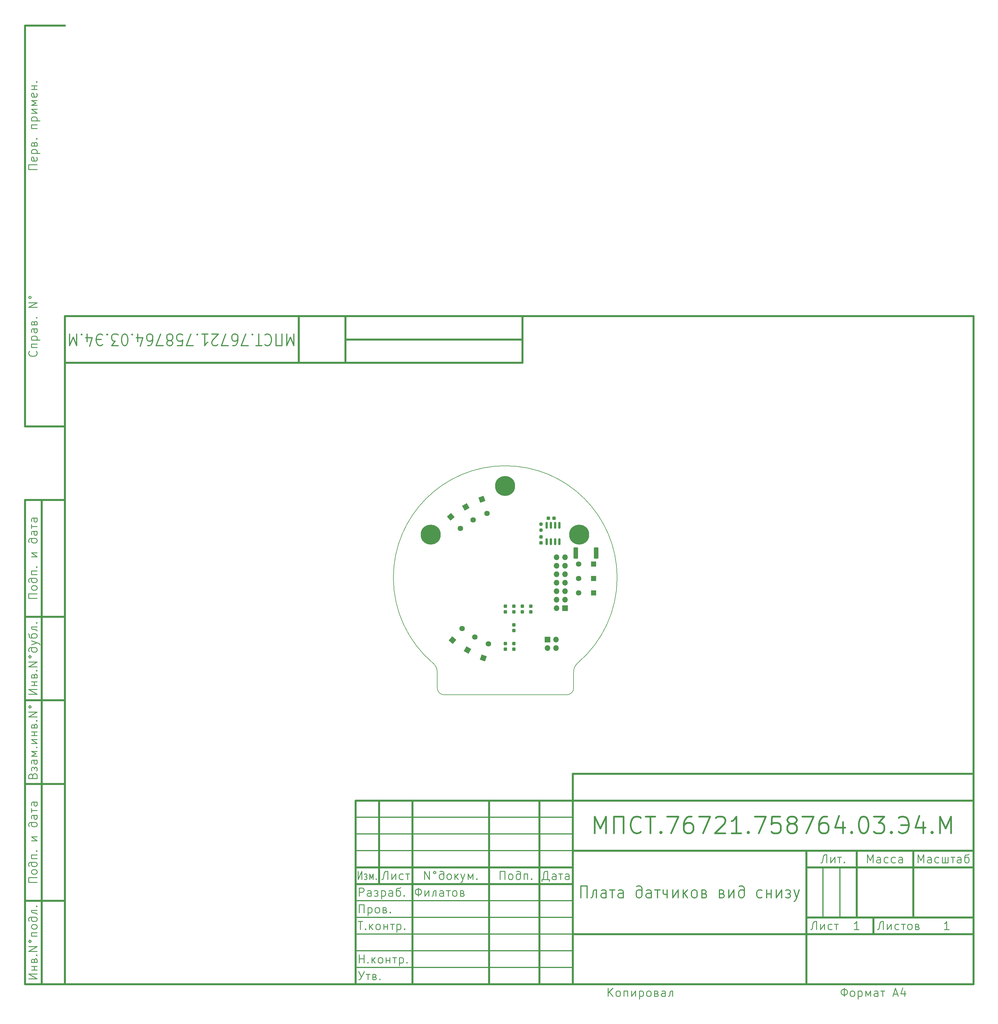
<source format=gbr>
%TF.GenerationSoftware,KiCad,Pcbnew,7.0.1*%
%TF.CreationDate,2023-12-14T23:14:27+03:00*%
%TF.ProjectId,_____ ________,1f3b3042-3020-4343-9042-47383a3e322e,rev?*%
%TF.SameCoordinates,Original*%
%TF.FileFunction,Soldermask,Bot*%
%TF.FilePolarity,Negative*%
%FSLAX46Y46*%
G04 Gerber Fmt 4.6, Leading zero omitted, Abs format (unit mm)*
G04 Created by KiCad (PCBNEW 7.0.1) date 2023-12-14 23:14:27*
%MOMM*%
%LPD*%
G01*
G04 APERTURE LIST*
G04 Aperture macros list*
%AMRoundRect*
0 Rectangle with rounded corners*
0 $1 Rounding radius*
0 $2 $3 $4 $5 $6 $7 $8 $9 X,Y pos of 4 corners*
0 Add a 4 corners polygon primitive as box body*
4,1,4,$2,$3,$4,$5,$6,$7,$8,$9,$2,$3,0*
0 Add four circle primitives for the rounded corners*
1,1,$1+$1,$2,$3*
1,1,$1+$1,$4,$5*
1,1,$1+$1,$6,$7*
1,1,$1+$1,$8,$9*
0 Add four rect primitives between the rounded corners*
20,1,$1+$1,$2,$3,$4,$5,0*
20,1,$1+$1,$4,$5,$6,$7,0*
20,1,$1+$1,$6,$7,$8,$9,0*
20,1,$1+$1,$8,$9,$2,$3,0*%
%AMRotRect*
0 Rectangle, with rotation*
0 The origin of the aperture is its center*
0 $1 length*
0 $2 width*
0 $3 Rotation angle, in degrees counterclockwise*
0 Add horizontal line*
21,1,$1,$2,0,0,$3*%
G04 Aperture macros list end*
%ADD10C,0.100000*%
%ADD11C,0.600000*%
%ADD12C,0.300000*%
%ADD13C,0.250000*%
%ADD14C,0.350000*%
%ADD15C,0.500000*%
%ADD16RoundRect,0.237500X0.237500X-0.250000X0.237500X0.250000X-0.237500X0.250000X-0.237500X-0.250000X0*%
%ADD17RoundRect,0.249999X-0.450001X-1.425001X0.450001X-1.425001X0.450001X1.425001X-0.450001X1.425001X0*%
%ADD18C,6.000000*%
%ADD19O,1.700000X1.700000*%
%ADD20R,1.700000X1.700000*%
%ADD21C,1.635000*%
%ADD22R,1.635000X1.635000*%
%ADD23RotRect,1.635000X1.635000X290.000000*%
%ADD24RotRect,1.635000X1.635000X310.000000*%
%ADD25RoundRect,0.150000X0.150000X-0.825000X0.150000X0.825000X-0.150000X0.825000X-0.150000X-0.825000X0*%
%ADD26RotRect,1.635000X1.635000X70.000000*%
%ADD27RotRect,1.635000X1.635000X300.000000*%
%ADD28RotRect,1.635000X1.635000X60.000000*%
%ADD29RotRect,1.635000X1.635000X50.000000*%
%ADD30RoundRect,0.237500X0.237500X-0.300000X0.237500X0.300000X-0.237500X0.300000X-0.237500X-0.300000X0*%
%ADD31RoundRect,0.237500X-0.237500X0.300000X-0.237500X-0.300000X0.237500X-0.300000X0.237500X0.300000X0*%
%ADD32RoundRect,0.237500X-0.300000X-0.237500X0.300000X-0.237500X0.300000X0.237500X-0.300000X0.237500X0*%
%TA.AperFunction,Profile*%
%ADD33C,0.200000*%
%TD*%
G04 APERTURE END LIST*
D10*
D11*
X20000000Y-205007200D02*
X292002200Y-205007200D01*
X292002200Y-5000000D01*
X20000000Y-5000000D01*
X20000000Y-205007200D01*
D10*
D11*
X8000000Y-145007200D02*
X20000000Y-145007200D01*
D10*
D11*
X8000000Y-120007200D02*
X20000000Y-120007200D01*
D10*
D11*
X8000000Y-95007200D02*
X20000000Y-95007200D01*
D10*
D11*
X104000000Y-5000000D02*
X104000000Y-19000000D01*
D10*
D11*
X157000000Y-5000000D02*
X157000000Y-19000000D01*
D10*
D11*
X90000000Y-5000000D02*
X90000000Y-19000000D01*
D10*
D11*
X104000000Y-19000000D02*
X157000000Y-19000000D01*
D10*
D11*
X104000000Y-12000000D02*
X157000000Y-12000000D01*
D10*
D11*
X90000000Y-19000000D02*
X104000000Y-19000000D01*
D10*
D11*
X20000000Y-19000000D02*
X90000000Y-19000000D01*
D10*
D11*
X8000000Y-60007200D02*
X20000000Y-60007200D01*
D10*
D11*
X8000000Y-205007200D02*
X20000000Y-205007200D01*
D10*
D11*
X8000000Y-180007200D02*
X20000000Y-180007200D01*
D10*
D11*
X172002200Y-150007200D02*
X172002200Y-205007200D01*
D10*
D11*
X162002200Y-150007200D02*
X162002200Y-205007200D01*
D10*
D11*
X147002200Y-150007200D02*
X147002200Y-205007200D01*
D10*
D11*
X124002200Y-150007200D02*
X124002200Y-205007200D01*
D10*
D11*
X114002200Y-150007200D02*
X114002200Y-175007200D01*
D10*
D12*
X107002200Y-165007200D02*
X172002200Y-165007200D01*
D10*
D12*
X107002200Y-160007200D02*
X172002200Y-160007200D01*
D10*
D12*
X107002200Y-155007200D02*
X172002200Y-155007200D01*
D10*
D11*
X107002200Y-175007200D02*
X172002200Y-175007200D01*
D10*
D11*
X107002200Y-170007200D02*
X172002200Y-170007200D01*
D10*
D12*
X107002200Y-200007200D02*
X172002200Y-200007200D01*
D10*
D12*
X107002200Y-195007200D02*
X172002200Y-195007200D01*
D10*
D12*
X107002200Y-190007200D02*
X172002200Y-190007200D01*
D10*
D12*
X107002200Y-185007200D02*
X172002200Y-185007200D01*
D10*
D12*
X107002200Y-180007200D02*
X172002200Y-180007200D01*
D10*
D11*
X172002200Y-142007200D02*
X292002200Y-142007200D01*
D10*
D11*
X172002200Y-150007200D02*
X172002200Y-142007200D01*
D10*
D11*
X107002200Y-150007200D02*
X292002200Y-150007200D01*
D10*
D11*
X8000000Y-60007200D02*
X8000000Y-205007200D01*
D10*
D11*
X13000000Y-60007200D02*
X13000000Y-205007200D01*
D10*
D12*
X247002200Y-170007200D02*
X247002200Y-185007200D01*
D10*
D12*
X252002200Y-170007200D02*
X252002200Y-185007200D01*
D10*
D11*
X257002200Y-165007200D02*
X257002200Y-185007200D01*
D10*
D11*
X274002200Y-165007200D02*
X274002200Y-185007200D01*
D10*
D11*
X242002200Y-185007200D02*
X292002200Y-185007200D01*
D10*
D11*
X242002200Y-170007200D02*
X292002200Y-170007200D01*
D10*
D11*
X242002200Y-165007200D02*
X242002200Y-205007200D01*
D10*
D11*
X172002200Y-190007200D02*
X292002200Y-190007200D01*
D10*
D11*
X172002200Y-165007200D02*
X292002200Y-165007200D01*
D10*
D11*
X107002200Y-205007200D02*
X107002200Y-150007200D01*
D10*
D11*
X262002200Y-185007200D02*
X262002200Y-190007200D01*
D10*
D11*
X8000000Y81992800D02*
X20000000Y81992800D01*
D10*
D11*
X8000000Y-38007200D02*
X20000000Y-38007200D01*
D10*
D11*
X8000000Y81992800D02*
X8000000Y-38007200D01*
D10*
D13*
X127704580Y-173663747D02*
X127704580Y-171163747D01*
X127704580Y-171163747D02*
X129133151Y-173663747D01*
X129133151Y-173663747D02*
X129133151Y-171163747D01*
X130680770Y-171163747D02*
X130442675Y-171282795D01*
X130442675Y-171282795D02*
X130323628Y-171520890D01*
X130323628Y-171520890D02*
X130442675Y-171758985D01*
X130442675Y-171758985D02*
X130680770Y-171878033D01*
X130680770Y-171878033D02*
X130918866Y-171758985D01*
X130918866Y-171758985D02*
X131037913Y-171520890D01*
X131037913Y-171520890D02*
X130918866Y-171282795D01*
X130918866Y-171282795D02*
X130680770Y-171163747D01*
X133418866Y-172235176D02*
X133299818Y-172116128D01*
X133299818Y-172116128D02*
X133061723Y-171997080D01*
X133061723Y-171997080D02*
X132585532Y-171997080D01*
X132585532Y-171997080D02*
X132347437Y-172116128D01*
X132347437Y-172116128D02*
X132228390Y-172235176D01*
X132228390Y-172235176D02*
X132109342Y-172473271D01*
X132109342Y-172473271D02*
X132109342Y-173187557D01*
X132109342Y-173187557D02*
X132228390Y-173425652D01*
X132228390Y-173425652D02*
X132347437Y-173544700D01*
X132347437Y-173544700D02*
X132585532Y-173663747D01*
X132585532Y-173663747D02*
X132942675Y-173663747D01*
X132942675Y-173663747D02*
X133180771Y-173544700D01*
X133180771Y-173544700D02*
X133299818Y-173425652D01*
X133299818Y-173425652D02*
X133418866Y-173187557D01*
X133418866Y-173187557D02*
X133418866Y-171639938D01*
X133418866Y-171639938D02*
X133299818Y-171401842D01*
X133299818Y-171401842D02*
X133180771Y-171282795D01*
X133180771Y-171282795D02*
X132942675Y-171163747D01*
X132942675Y-171163747D02*
X132466485Y-171163747D01*
X132466485Y-171163747D02*
X132228390Y-171282795D01*
X134847437Y-173663747D02*
X134609342Y-173544700D01*
X134609342Y-173544700D02*
X134490295Y-173425652D01*
X134490295Y-173425652D02*
X134371247Y-173187557D01*
X134371247Y-173187557D02*
X134371247Y-172473271D01*
X134371247Y-172473271D02*
X134490295Y-172235176D01*
X134490295Y-172235176D02*
X134609342Y-172116128D01*
X134609342Y-172116128D02*
X134847437Y-171997080D01*
X134847437Y-171997080D02*
X135204580Y-171997080D01*
X135204580Y-171997080D02*
X135442676Y-172116128D01*
X135442676Y-172116128D02*
X135561723Y-172235176D01*
X135561723Y-172235176D02*
X135680771Y-172473271D01*
X135680771Y-172473271D02*
X135680771Y-173187557D01*
X135680771Y-173187557D02*
X135561723Y-173425652D01*
X135561723Y-173425652D02*
X135442676Y-173544700D01*
X135442676Y-173544700D02*
X135204580Y-173663747D01*
X135204580Y-173663747D02*
X134847437Y-173663747D01*
X136752200Y-171997080D02*
X136752200Y-173663747D01*
X136990295Y-172711366D02*
X137704581Y-173663747D01*
X137704581Y-171997080D02*
X136752200Y-172949461D01*
X138537914Y-171997080D02*
X139133152Y-173663747D01*
X139728391Y-171997080D02*
X139133152Y-173663747D01*
X139133152Y-173663747D02*
X138895057Y-174258985D01*
X138895057Y-174258985D02*
X138776010Y-174378033D01*
X138776010Y-174378033D02*
X138537914Y-174497080D01*
X140680772Y-173663747D02*
X140680772Y-171997080D01*
X140680772Y-171997080D02*
X141395057Y-173306604D01*
X141395057Y-173306604D02*
X142109343Y-171997080D01*
X142109343Y-171997080D02*
X142109343Y-173663747D01*
X143299820Y-173425652D02*
X143418867Y-173544700D01*
X143418867Y-173544700D02*
X143299820Y-173663747D01*
X143299820Y-173663747D02*
X143180772Y-173544700D01*
X143180772Y-173544700D02*
X143299820Y-173425652D01*
X143299820Y-173425652D02*
X143299820Y-173663747D01*
D10*
D13*
X10347023Y-142566723D02*
X10466071Y-142209580D01*
X10466071Y-142209580D02*
X10585119Y-142090533D01*
X10585119Y-142090533D02*
X10823214Y-141971485D01*
X10823214Y-141971485D02*
X11180357Y-141971485D01*
X11180357Y-141971485D02*
X11418452Y-142090533D01*
X11418452Y-142090533D02*
X11537500Y-142209580D01*
X11537500Y-142209580D02*
X11656547Y-142447675D01*
X11656547Y-142447675D02*
X11656547Y-143400056D01*
X11656547Y-143400056D02*
X9156547Y-143400056D01*
X9156547Y-143400056D02*
X9156547Y-142566723D01*
X9156547Y-142566723D02*
X9275595Y-142328628D01*
X9275595Y-142328628D02*
X9394642Y-142209580D01*
X9394642Y-142209580D02*
X9632738Y-142090533D01*
X9632738Y-142090533D02*
X9870833Y-142090533D01*
X9870833Y-142090533D02*
X10108928Y-142209580D01*
X10108928Y-142209580D02*
X10227976Y-142328628D01*
X10227976Y-142328628D02*
X10347023Y-142566723D01*
X10347023Y-142566723D02*
X10347023Y-143400056D01*
X10823214Y-140661961D02*
X10823214Y-140423866D01*
X10108928Y-141138152D02*
X9989880Y-140900056D01*
X9989880Y-140900056D02*
X9989880Y-140423866D01*
X9989880Y-140423866D02*
X10108928Y-140185771D01*
X10108928Y-140185771D02*
X10347023Y-140066723D01*
X10347023Y-140066723D02*
X10466071Y-140066723D01*
X10466071Y-140066723D02*
X10704166Y-140185771D01*
X10704166Y-140185771D02*
X10823214Y-140423866D01*
X10823214Y-140423866D02*
X10942261Y-140185771D01*
X10942261Y-140185771D02*
X11180357Y-140066723D01*
X11180357Y-140066723D02*
X11299404Y-140066723D01*
X11299404Y-140066723D02*
X11537500Y-140185771D01*
X11537500Y-140185771D02*
X11656547Y-140423866D01*
X11656547Y-140423866D02*
X11656547Y-140900056D01*
X11656547Y-140900056D02*
X11537500Y-141138152D01*
X11656547Y-137923866D02*
X10347023Y-137923866D01*
X10347023Y-137923866D02*
X10108928Y-138042913D01*
X10108928Y-138042913D02*
X9989880Y-138281009D01*
X9989880Y-138281009D02*
X9989880Y-138757199D01*
X9989880Y-138757199D02*
X10108928Y-138995294D01*
X11537500Y-137923866D02*
X11656547Y-138161961D01*
X11656547Y-138161961D02*
X11656547Y-138757199D01*
X11656547Y-138757199D02*
X11537500Y-138995294D01*
X11537500Y-138995294D02*
X11299404Y-139114342D01*
X11299404Y-139114342D02*
X11061309Y-139114342D01*
X11061309Y-139114342D02*
X10823214Y-138995294D01*
X10823214Y-138995294D02*
X10704166Y-138757199D01*
X10704166Y-138757199D02*
X10704166Y-138161961D01*
X10704166Y-138161961D02*
X10585119Y-137923866D01*
X11656547Y-136733389D02*
X9989880Y-136733389D01*
X9989880Y-136733389D02*
X11299404Y-136019104D01*
X11299404Y-136019104D02*
X9989880Y-135304818D01*
X9989880Y-135304818D02*
X11656547Y-135304818D01*
X11418452Y-134114341D02*
X11537500Y-133995294D01*
X11537500Y-133995294D02*
X11656547Y-134114341D01*
X11656547Y-134114341D02*
X11537500Y-134233389D01*
X11537500Y-134233389D02*
X11418452Y-134114341D01*
X11418452Y-134114341D02*
X11656547Y-134114341D01*
X9989880Y-132923865D02*
X11656547Y-132923865D01*
X11656547Y-132923865D02*
X9989880Y-131733389D01*
X9989880Y-131733389D02*
X11656547Y-131733389D01*
X10823214Y-130542913D02*
X10823214Y-129471485D01*
X9989880Y-130542913D02*
X11656547Y-130542913D01*
X9989880Y-129471485D02*
X11656547Y-129471485D01*
X10823214Y-127685770D02*
X10942261Y-127328627D01*
X10942261Y-127328627D02*
X11180357Y-127209580D01*
X11180357Y-127209580D02*
X11299404Y-127209580D01*
X11299404Y-127209580D02*
X11537500Y-127328627D01*
X11537500Y-127328627D02*
X11656547Y-127566723D01*
X11656547Y-127566723D02*
X11656547Y-128281008D01*
X11656547Y-128281008D02*
X9989880Y-128281008D01*
X9989880Y-128281008D02*
X9989880Y-127685770D01*
X9989880Y-127685770D02*
X10108928Y-127447675D01*
X10108928Y-127447675D02*
X10347023Y-127328627D01*
X10347023Y-127328627D02*
X10466071Y-127328627D01*
X10466071Y-127328627D02*
X10704166Y-127447675D01*
X10704166Y-127447675D02*
X10823214Y-127685770D01*
X10823214Y-127685770D02*
X10823214Y-128281008D01*
X11418452Y-126138151D02*
X11537500Y-126019104D01*
X11537500Y-126019104D02*
X11656547Y-126138151D01*
X11656547Y-126138151D02*
X11537500Y-126257199D01*
X11537500Y-126257199D02*
X11418452Y-126138151D01*
X11418452Y-126138151D02*
X11656547Y-126138151D01*
X11656547Y-124947675D02*
X9156547Y-124947675D01*
X9156547Y-124947675D02*
X11656547Y-123519104D01*
X11656547Y-123519104D02*
X9156547Y-123519104D01*
X9156547Y-121971485D02*
X9275595Y-122209580D01*
X9275595Y-122209580D02*
X9513690Y-122328627D01*
X9513690Y-122328627D02*
X9751785Y-122209580D01*
X9751785Y-122209580D02*
X9870833Y-121971485D01*
X9870833Y-121971485D02*
X9751785Y-121733389D01*
X9751785Y-121733389D02*
X9513690Y-121614342D01*
X9513690Y-121614342D02*
X9275595Y-121733389D01*
X9275595Y-121733389D02*
X9156547Y-121971485D01*
D10*
D13*
X164978390Y-174258985D02*
X164978390Y-173663747D01*
X164978390Y-173663747D02*
X162835532Y-173663747D01*
X162835532Y-173663747D02*
X162835532Y-174258985D01*
X164502199Y-173663747D02*
X164502199Y-171163747D01*
X164502199Y-171163747D02*
X163906961Y-171163747D01*
X163906961Y-171163747D02*
X163668866Y-171282795D01*
X163668866Y-171282795D02*
X163549818Y-171401842D01*
X163549818Y-171401842D02*
X163430770Y-171639938D01*
X163430770Y-171639938D02*
X163192675Y-173663747D01*
X167002199Y-173663747D02*
X167002199Y-172354223D01*
X167002199Y-172354223D02*
X166883152Y-172116128D01*
X166883152Y-172116128D02*
X166645056Y-171997080D01*
X166645056Y-171997080D02*
X166168866Y-171997080D01*
X166168866Y-171997080D02*
X165930771Y-172116128D01*
X167002199Y-173544700D02*
X166764104Y-173663747D01*
X166764104Y-173663747D02*
X166168866Y-173663747D01*
X166168866Y-173663747D02*
X165930771Y-173544700D01*
X165930771Y-173544700D02*
X165811723Y-173306604D01*
X165811723Y-173306604D02*
X165811723Y-173068509D01*
X165811723Y-173068509D02*
X165930771Y-172830414D01*
X165930771Y-172830414D02*
X166168866Y-172711366D01*
X166168866Y-172711366D02*
X166764104Y-172711366D01*
X166764104Y-172711366D02*
X167002199Y-172592319D01*
X167835533Y-171997080D02*
X169026009Y-171997080D01*
X168430771Y-171997080D02*
X168430771Y-173663747D01*
X170930771Y-173663747D02*
X170930771Y-172354223D01*
X170930771Y-172354223D02*
X170811724Y-172116128D01*
X170811724Y-172116128D02*
X170573628Y-171997080D01*
X170573628Y-171997080D02*
X170097438Y-171997080D01*
X170097438Y-171997080D02*
X169859343Y-172116128D01*
X170930771Y-173544700D02*
X170692676Y-173663747D01*
X170692676Y-173663747D02*
X170097438Y-173663747D01*
X170097438Y-173663747D02*
X169859343Y-173544700D01*
X169859343Y-173544700D02*
X169740295Y-173306604D01*
X169740295Y-173306604D02*
X169740295Y-173068509D01*
X169740295Y-173068509D02*
X169859343Y-172830414D01*
X169859343Y-172830414D02*
X170097438Y-172711366D01*
X170097438Y-172711366D02*
X170692676Y-172711366D01*
X170692676Y-172711366D02*
X170930771Y-172592319D01*
D10*
D13*
X107807564Y-171163747D02*
X107807564Y-173663747D01*
X107807564Y-173663747D02*
X108885419Y-171163747D01*
X108885419Y-171163747D02*
X108885419Y-173663747D01*
X109963273Y-172830414D02*
X110142915Y-172830414D01*
X109603988Y-172116128D02*
X109783630Y-171997080D01*
X109783630Y-171997080D02*
X110142915Y-171997080D01*
X110142915Y-171997080D02*
X110322558Y-172116128D01*
X110322558Y-172116128D02*
X110412379Y-172354223D01*
X110412379Y-172354223D02*
X110412379Y-172473271D01*
X110412379Y-172473271D02*
X110322558Y-172711366D01*
X110322558Y-172711366D02*
X110142915Y-172830414D01*
X110142915Y-172830414D02*
X110322558Y-172949461D01*
X110322558Y-172949461D02*
X110412379Y-173187557D01*
X110412379Y-173187557D02*
X110412379Y-173306604D01*
X110412379Y-173306604D02*
X110322558Y-173544700D01*
X110322558Y-173544700D02*
X110142915Y-173663747D01*
X110142915Y-173663747D02*
X109783630Y-173663747D01*
X109783630Y-173663747D02*
X109603988Y-173544700D01*
X111220769Y-173663747D02*
X111220769Y-171997080D01*
X111220769Y-171997080D02*
X111759697Y-173306604D01*
X111759697Y-173306604D02*
X112298624Y-171997080D01*
X112298624Y-171997080D02*
X112298624Y-173663747D01*
X113196835Y-173425652D02*
X113286657Y-173544700D01*
X113286657Y-173544700D02*
X113196835Y-173663747D01*
X113196835Y-173663747D02*
X113107014Y-173544700D01*
X113107014Y-173544700D02*
X113196835Y-173425652D01*
X113196835Y-173425652D02*
X113196835Y-173663747D01*
D10*
D13*
X9156547Y-118161961D02*
X11656547Y-118161961D01*
X11656547Y-118161961D02*
X9156547Y-116733390D01*
X9156547Y-116733390D02*
X11656547Y-116733390D01*
X10823214Y-115542913D02*
X10823214Y-114471485D01*
X9989880Y-115542913D02*
X11656547Y-115542913D01*
X9989880Y-114471485D02*
X11656547Y-114471485D01*
X10823214Y-112685770D02*
X10942261Y-112328627D01*
X10942261Y-112328627D02*
X11180357Y-112209580D01*
X11180357Y-112209580D02*
X11299404Y-112209580D01*
X11299404Y-112209580D02*
X11537500Y-112328627D01*
X11537500Y-112328627D02*
X11656547Y-112566723D01*
X11656547Y-112566723D02*
X11656547Y-113281008D01*
X11656547Y-113281008D02*
X9989880Y-113281008D01*
X9989880Y-113281008D02*
X9989880Y-112685770D01*
X9989880Y-112685770D02*
X10108928Y-112447675D01*
X10108928Y-112447675D02*
X10347023Y-112328627D01*
X10347023Y-112328627D02*
X10466071Y-112328627D01*
X10466071Y-112328627D02*
X10704166Y-112447675D01*
X10704166Y-112447675D02*
X10823214Y-112685770D01*
X10823214Y-112685770D02*
X10823214Y-113281008D01*
X11418452Y-111138151D02*
X11537500Y-111019104D01*
X11537500Y-111019104D02*
X11656547Y-111138151D01*
X11656547Y-111138151D02*
X11537500Y-111257199D01*
X11537500Y-111257199D02*
X11418452Y-111138151D01*
X11418452Y-111138151D02*
X11656547Y-111138151D01*
X11656547Y-109947675D02*
X9156547Y-109947675D01*
X9156547Y-109947675D02*
X11656547Y-108519104D01*
X11656547Y-108519104D02*
X9156547Y-108519104D01*
X9156547Y-106971485D02*
X9275595Y-107209580D01*
X9275595Y-107209580D02*
X9513690Y-107328627D01*
X9513690Y-107328627D02*
X9751785Y-107209580D01*
X9751785Y-107209580D02*
X9870833Y-106971485D01*
X9870833Y-106971485D02*
X9751785Y-106733389D01*
X9751785Y-106733389D02*
X9513690Y-106614342D01*
X9513690Y-106614342D02*
X9275595Y-106733389D01*
X9275595Y-106733389D02*
X9156547Y-106971485D01*
X10227976Y-104233389D02*
X10108928Y-104352437D01*
X10108928Y-104352437D02*
X9989880Y-104590532D01*
X9989880Y-104590532D02*
X9989880Y-105066723D01*
X9989880Y-105066723D02*
X10108928Y-105304818D01*
X10108928Y-105304818D02*
X10227976Y-105423865D01*
X10227976Y-105423865D02*
X10466071Y-105542913D01*
X10466071Y-105542913D02*
X11180357Y-105542913D01*
X11180357Y-105542913D02*
X11418452Y-105423865D01*
X11418452Y-105423865D02*
X11537500Y-105304818D01*
X11537500Y-105304818D02*
X11656547Y-105066723D01*
X11656547Y-105066723D02*
X11656547Y-104709580D01*
X11656547Y-104709580D02*
X11537500Y-104471484D01*
X11537500Y-104471484D02*
X11418452Y-104352437D01*
X11418452Y-104352437D02*
X11180357Y-104233389D01*
X11180357Y-104233389D02*
X9632738Y-104233389D01*
X9632738Y-104233389D02*
X9394642Y-104352437D01*
X9394642Y-104352437D02*
X9275595Y-104471484D01*
X9275595Y-104471484D02*
X9156547Y-104709580D01*
X9156547Y-104709580D02*
X9156547Y-105185770D01*
X9156547Y-105185770D02*
X9275595Y-105423865D01*
X9989880Y-103400056D02*
X11656547Y-102804818D01*
X9989880Y-102209579D02*
X11656547Y-102804818D01*
X11656547Y-102804818D02*
X12251785Y-103042913D01*
X12251785Y-103042913D02*
X12370833Y-103161960D01*
X12370833Y-103161960D02*
X12489880Y-103400056D01*
X9037500Y-100066722D02*
X9156547Y-100185770D01*
X9156547Y-100185770D02*
X9275595Y-100423865D01*
X9275595Y-100423865D02*
X9275595Y-100900056D01*
X9275595Y-100900056D02*
X9394642Y-101138151D01*
X9394642Y-101138151D02*
X9513690Y-101257198D01*
X9513690Y-101257198D02*
X9751785Y-101376246D01*
X9751785Y-101376246D02*
X11180357Y-101376246D01*
X11180357Y-101376246D02*
X11418452Y-101257198D01*
X11418452Y-101257198D02*
X11537500Y-101138151D01*
X11537500Y-101138151D02*
X11656547Y-100900056D01*
X11656547Y-100900056D02*
X11656547Y-100542913D01*
X11656547Y-100542913D02*
X11537500Y-100304817D01*
X11537500Y-100304817D02*
X11418452Y-100185770D01*
X11418452Y-100185770D02*
X11180357Y-100066722D01*
X11180357Y-100066722D02*
X10466071Y-100066722D01*
X10466071Y-100066722D02*
X10227976Y-100185770D01*
X10227976Y-100185770D02*
X10108928Y-100304817D01*
X10108928Y-100304817D02*
X9989880Y-100542913D01*
X9989880Y-100542913D02*
X9989880Y-101019103D01*
X9989880Y-101019103D02*
X10108928Y-101257198D01*
X10108928Y-101257198D02*
X10227976Y-101376246D01*
X11656547Y-98042912D02*
X9989880Y-98042912D01*
X9989880Y-98042912D02*
X9989880Y-98400055D01*
X9989880Y-98400055D02*
X10108928Y-98638151D01*
X10108928Y-98638151D02*
X10347023Y-98757198D01*
X10347023Y-98757198D02*
X11299404Y-98876246D01*
X11299404Y-98876246D02*
X11537500Y-98995293D01*
X11537500Y-98995293D02*
X11656547Y-99233389D01*
X11418452Y-96852436D02*
X11537500Y-96733389D01*
X11537500Y-96733389D02*
X11656547Y-96852436D01*
X11656547Y-96852436D02*
X11537500Y-96971484D01*
X11537500Y-96971484D02*
X11418452Y-96852436D01*
X11418452Y-96852436D02*
X11656547Y-96852436D01*
D10*
D13*
X9156547Y-203340533D02*
X11656547Y-203340533D01*
X11656547Y-203340533D02*
X9156547Y-201911962D01*
X9156547Y-201911962D02*
X11656547Y-201911962D01*
X10823214Y-200721485D02*
X10823214Y-199650057D01*
X9989880Y-200721485D02*
X11656547Y-200721485D01*
X9989880Y-199650057D02*
X11656547Y-199650057D01*
X10823214Y-197864342D02*
X10942261Y-197507199D01*
X10942261Y-197507199D02*
X11180357Y-197388152D01*
X11180357Y-197388152D02*
X11299404Y-197388152D01*
X11299404Y-197388152D02*
X11537500Y-197507199D01*
X11537500Y-197507199D02*
X11656547Y-197745295D01*
X11656547Y-197745295D02*
X11656547Y-198459580D01*
X11656547Y-198459580D02*
X9989880Y-198459580D01*
X9989880Y-198459580D02*
X9989880Y-197864342D01*
X9989880Y-197864342D02*
X10108928Y-197626247D01*
X10108928Y-197626247D02*
X10347023Y-197507199D01*
X10347023Y-197507199D02*
X10466071Y-197507199D01*
X10466071Y-197507199D02*
X10704166Y-197626247D01*
X10704166Y-197626247D02*
X10823214Y-197864342D01*
X10823214Y-197864342D02*
X10823214Y-198459580D01*
X11418452Y-196316723D02*
X11537500Y-196197676D01*
X11537500Y-196197676D02*
X11656547Y-196316723D01*
X11656547Y-196316723D02*
X11537500Y-196435771D01*
X11537500Y-196435771D02*
X11418452Y-196316723D01*
X11418452Y-196316723D02*
X11656547Y-196316723D01*
X11656547Y-195126247D02*
X9156547Y-195126247D01*
X9156547Y-195126247D02*
X11656547Y-193697676D01*
X11656547Y-193697676D02*
X9156547Y-193697676D01*
X9156547Y-192150057D02*
X9275595Y-192388152D01*
X9275595Y-192388152D02*
X9513690Y-192507199D01*
X9513690Y-192507199D02*
X9751785Y-192388152D01*
X9751785Y-192388152D02*
X9870833Y-192150057D01*
X9870833Y-192150057D02*
X9751785Y-191911961D01*
X9751785Y-191911961D02*
X9513690Y-191792914D01*
X9513690Y-191792914D02*
X9275595Y-191911961D01*
X9275595Y-191911961D02*
X9156547Y-192150057D01*
X11656547Y-190602437D02*
X9989880Y-190602437D01*
X9989880Y-190602437D02*
X9989880Y-189531009D01*
X9989880Y-189531009D02*
X11656547Y-189531009D01*
X11656547Y-187983390D02*
X11537500Y-188221485D01*
X11537500Y-188221485D02*
X11418452Y-188340532D01*
X11418452Y-188340532D02*
X11180357Y-188459580D01*
X11180357Y-188459580D02*
X10466071Y-188459580D01*
X10466071Y-188459580D02*
X10227976Y-188340532D01*
X10227976Y-188340532D02*
X10108928Y-188221485D01*
X10108928Y-188221485D02*
X9989880Y-187983390D01*
X9989880Y-187983390D02*
X9989880Y-187626247D01*
X9989880Y-187626247D02*
X10108928Y-187388151D01*
X10108928Y-187388151D02*
X10227976Y-187269104D01*
X10227976Y-187269104D02*
X10466071Y-187150056D01*
X10466071Y-187150056D02*
X11180357Y-187150056D01*
X11180357Y-187150056D02*
X11418452Y-187269104D01*
X11418452Y-187269104D02*
X11537500Y-187388151D01*
X11537500Y-187388151D02*
X11656547Y-187626247D01*
X11656547Y-187626247D02*
X11656547Y-187983390D01*
X10227976Y-184888151D02*
X10108928Y-185007199D01*
X10108928Y-185007199D02*
X9989880Y-185245294D01*
X9989880Y-185245294D02*
X9989880Y-185721485D01*
X9989880Y-185721485D02*
X10108928Y-185959580D01*
X10108928Y-185959580D02*
X10227976Y-186078627D01*
X10227976Y-186078627D02*
X10466071Y-186197675D01*
X10466071Y-186197675D02*
X11180357Y-186197675D01*
X11180357Y-186197675D02*
X11418452Y-186078627D01*
X11418452Y-186078627D02*
X11537500Y-185959580D01*
X11537500Y-185959580D02*
X11656547Y-185721485D01*
X11656547Y-185721485D02*
X11656547Y-185364342D01*
X11656547Y-185364342D02*
X11537500Y-185126246D01*
X11537500Y-185126246D02*
X11418452Y-185007199D01*
X11418452Y-185007199D02*
X11180357Y-184888151D01*
X11180357Y-184888151D02*
X9632738Y-184888151D01*
X9632738Y-184888151D02*
X9394642Y-185007199D01*
X9394642Y-185007199D02*
X9275595Y-185126246D01*
X9275595Y-185126246D02*
X9156547Y-185364342D01*
X9156547Y-185364342D02*
X9156547Y-185840532D01*
X9156547Y-185840532D02*
X9275595Y-186078627D01*
X11656547Y-182864341D02*
X9989880Y-182864341D01*
X9989880Y-182864341D02*
X9989880Y-183221484D01*
X9989880Y-183221484D02*
X10108928Y-183459580D01*
X10108928Y-183459580D02*
X10347023Y-183578627D01*
X10347023Y-183578627D02*
X11299404Y-183697675D01*
X11299404Y-183697675D02*
X11537500Y-183816722D01*
X11537500Y-183816722D02*
X11656547Y-184054818D01*
X11418452Y-181673865D02*
X11537500Y-181554818D01*
X11537500Y-181554818D02*
X11656547Y-181673865D01*
X11656547Y-181673865D02*
X11537500Y-181792913D01*
X11537500Y-181792913D02*
X11418452Y-181673865D01*
X11418452Y-181673865D02*
X11656547Y-181673865D01*
D10*
D13*
X182597438Y-208663747D02*
X182597438Y-206163747D01*
X184026009Y-208663747D02*
X182954580Y-207235176D01*
X184026009Y-206163747D02*
X182597438Y-207592319D01*
X185454580Y-208663747D02*
X185216485Y-208544700D01*
X185216485Y-208544700D02*
X185097438Y-208425652D01*
X185097438Y-208425652D02*
X184978390Y-208187557D01*
X184978390Y-208187557D02*
X184978390Y-207473271D01*
X184978390Y-207473271D02*
X185097438Y-207235176D01*
X185097438Y-207235176D02*
X185216485Y-207116128D01*
X185216485Y-207116128D02*
X185454580Y-206997080D01*
X185454580Y-206997080D02*
X185811723Y-206997080D01*
X185811723Y-206997080D02*
X186049819Y-207116128D01*
X186049819Y-207116128D02*
X186168866Y-207235176D01*
X186168866Y-207235176D02*
X186287914Y-207473271D01*
X186287914Y-207473271D02*
X186287914Y-208187557D01*
X186287914Y-208187557D02*
X186168866Y-208425652D01*
X186168866Y-208425652D02*
X186049819Y-208544700D01*
X186049819Y-208544700D02*
X185811723Y-208663747D01*
X185811723Y-208663747D02*
X185454580Y-208663747D01*
X187359343Y-208663747D02*
X187359343Y-206997080D01*
X187359343Y-206997080D02*
X188430771Y-206997080D01*
X188430771Y-206997080D02*
X188430771Y-208663747D01*
X189621248Y-206997080D02*
X189621248Y-208663747D01*
X189621248Y-208663747D02*
X190811724Y-206997080D01*
X190811724Y-206997080D02*
X190811724Y-208663747D01*
X192002200Y-206997080D02*
X192002200Y-209497080D01*
X192002200Y-207116128D02*
X192240295Y-206997080D01*
X192240295Y-206997080D02*
X192716485Y-206997080D01*
X192716485Y-206997080D02*
X192954581Y-207116128D01*
X192954581Y-207116128D02*
X193073628Y-207235176D01*
X193073628Y-207235176D02*
X193192676Y-207473271D01*
X193192676Y-207473271D02*
X193192676Y-208187557D01*
X193192676Y-208187557D02*
X193073628Y-208425652D01*
X193073628Y-208425652D02*
X192954581Y-208544700D01*
X192954581Y-208544700D02*
X192716485Y-208663747D01*
X192716485Y-208663747D02*
X192240295Y-208663747D01*
X192240295Y-208663747D02*
X192002200Y-208544700D01*
X194621247Y-208663747D02*
X194383152Y-208544700D01*
X194383152Y-208544700D02*
X194264105Y-208425652D01*
X194264105Y-208425652D02*
X194145057Y-208187557D01*
X194145057Y-208187557D02*
X194145057Y-207473271D01*
X194145057Y-207473271D02*
X194264105Y-207235176D01*
X194264105Y-207235176D02*
X194383152Y-207116128D01*
X194383152Y-207116128D02*
X194621247Y-206997080D01*
X194621247Y-206997080D02*
X194978390Y-206997080D01*
X194978390Y-206997080D02*
X195216486Y-207116128D01*
X195216486Y-207116128D02*
X195335533Y-207235176D01*
X195335533Y-207235176D02*
X195454581Y-207473271D01*
X195454581Y-207473271D02*
X195454581Y-208187557D01*
X195454581Y-208187557D02*
X195335533Y-208425652D01*
X195335533Y-208425652D02*
X195216486Y-208544700D01*
X195216486Y-208544700D02*
X194978390Y-208663747D01*
X194978390Y-208663747D02*
X194621247Y-208663747D01*
X197121248Y-207830414D02*
X197478391Y-207949461D01*
X197478391Y-207949461D02*
X197597438Y-208187557D01*
X197597438Y-208187557D02*
X197597438Y-208306604D01*
X197597438Y-208306604D02*
X197478391Y-208544700D01*
X197478391Y-208544700D02*
X197240295Y-208663747D01*
X197240295Y-208663747D02*
X196526010Y-208663747D01*
X196526010Y-208663747D02*
X196526010Y-206997080D01*
X196526010Y-206997080D02*
X197121248Y-206997080D01*
X197121248Y-206997080D02*
X197359343Y-207116128D01*
X197359343Y-207116128D02*
X197478391Y-207354223D01*
X197478391Y-207354223D02*
X197478391Y-207473271D01*
X197478391Y-207473271D02*
X197359343Y-207711366D01*
X197359343Y-207711366D02*
X197121248Y-207830414D01*
X197121248Y-207830414D02*
X196526010Y-207830414D01*
X199740295Y-208663747D02*
X199740295Y-207354223D01*
X199740295Y-207354223D02*
X199621248Y-207116128D01*
X199621248Y-207116128D02*
X199383152Y-206997080D01*
X199383152Y-206997080D02*
X198906962Y-206997080D01*
X198906962Y-206997080D02*
X198668867Y-207116128D01*
X199740295Y-208544700D02*
X199502200Y-208663747D01*
X199502200Y-208663747D02*
X198906962Y-208663747D01*
X198906962Y-208663747D02*
X198668867Y-208544700D01*
X198668867Y-208544700D02*
X198549819Y-208306604D01*
X198549819Y-208306604D02*
X198549819Y-208068509D01*
X198549819Y-208068509D02*
X198668867Y-207830414D01*
X198668867Y-207830414D02*
X198906962Y-207711366D01*
X198906962Y-207711366D02*
X199502200Y-207711366D01*
X199502200Y-207711366D02*
X199740295Y-207592319D01*
X201883153Y-208663747D02*
X201883153Y-206997080D01*
X201883153Y-206997080D02*
X201526010Y-206997080D01*
X201526010Y-206997080D02*
X201287914Y-207116128D01*
X201287914Y-207116128D02*
X201168867Y-207354223D01*
X201168867Y-207354223D02*
X201049819Y-208306604D01*
X201049819Y-208306604D02*
X200930772Y-208544700D01*
X200930772Y-208544700D02*
X200692676Y-208663747D01*
D10*
D13*
X245026009Y-188663747D02*
X245026009Y-186163747D01*
X245026009Y-186163747D02*
X244668866Y-186163747D01*
X244668866Y-186163747D02*
X244311723Y-186282795D01*
X244311723Y-186282795D02*
X244073628Y-186520890D01*
X244073628Y-186520890D02*
X243954580Y-186878033D01*
X243954580Y-186878033D02*
X243716485Y-188306604D01*
X243716485Y-188306604D02*
X243597438Y-188544700D01*
X243597438Y-188544700D02*
X243359342Y-188663747D01*
X243359342Y-188663747D02*
X243240295Y-188663747D01*
X246216486Y-186997080D02*
X246216486Y-188663747D01*
X246216486Y-188663747D02*
X247406962Y-186997080D01*
X247406962Y-186997080D02*
X247406962Y-188663747D01*
X249668866Y-188544700D02*
X249430771Y-188663747D01*
X249430771Y-188663747D02*
X248954580Y-188663747D01*
X248954580Y-188663747D02*
X248716485Y-188544700D01*
X248716485Y-188544700D02*
X248597438Y-188425652D01*
X248597438Y-188425652D02*
X248478390Y-188187557D01*
X248478390Y-188187557D02*
X248478390Y-187473271D01*
X248478390Y-187473271D02*
X248597438Y-187235176D01*
X248597438Y-187235176D02*
X248716485Y-187116128D01*
X248716485Y-187116128D02*
X248954580Y-186997080D01*
X248954580Y-186997080D02*
X249430771Y-186997080D01*
X249430771Y-186997080D02*
X249668866Y-187116128D01*
X250383152Y-186997080D02*
X251573628Y-186997080D01*
X250978390Y-186997080D02*
X250978390Y-188663747D01*
D10*
D13*
X116621247Y-173663747D02*
X116621247Y-171163747D01*
X116621247Y-171163747D02*
X116264104Y-171163747D01*
X116264104Y-171163747D02*
X115906961Y-171282795D01*
X115906961Y-171282795D02*
X115668866Y-171520890D01*
X115668866Y-171520890D02*
X115549818Y-171878033D01*
X115549818Y-171878033D02*
X115311723Y-173306604D01*
X115311723Y-173306604D02*
X115192676Y-173544700D01*
X115192676Y-173544700D02*
X114954580Y-173663747D01*
X114954580Y-173663747D02*
X114835533Y-173663747D01*
X117811724Y-171997080D02*
X117811724Y-173663747D01*
X117811724Y-173663747D02*
X119002200Y-171997080D01*
X119002200Y-171997080D02*
X119002200Y-173663747D01*
X121264104Y-173544700D02*
X121026009Y-173663747D01*
X121026009Y-173663747D02*
X120549818Y-173663747D01*
X120549818Y-173663747D02*
X120311723Y-173544700D01*
X120311723Y-173544700D02*
X120192676Y-173425652D01*
X120192676Y-173425652D02*
X120073628Y-173187557D01*
X120073628Y-173187557D02*
X120073628Y-172473271D01*
X120073628Y-172473271D02*
X120192676Y-172235176D01*
X120192676Y-172235176D02*
X120311723Y-172116128D01*
X120311723Y-172116128D02*
X120549818Y-171997080D01*
X120549818Y-171997080D02*
X121026009Y-171997080D01*
X121026009Y-171997080D02*
X121264104Y-172116128D01*
X121978390Y-171997080D02*
X123168866Y-171997080D01*
X122573628Y-171997080D02*
X122573628Y-173663747D01*
D10*
D13*
X265026009Y-188663747D02*
X265026009Y-186163747D01*
X265026009Y-186163747D02*
X264668866Y-186163747D01*
X264668866Y-186163747D02*
X264311723Y-186282795D01*
X264311723Y-186282795D02*
X264073628Y-186520890D01*
X264073628Y-186520890D02*
X263954580Y-186878033D01*
X263954580Y-186878033D02*
X263716485Y-188306604D01*
X263716485Y-188306604D02*
X263597438Y-188544700D01*
X263597438Y-188544700D02*
X263359342Y-188663747D01*
X263359342Y-188663747D02*
X263240295Y-188663747D01*
X266216486Y-186997080D02*
X266216486Y-188663747D01*
X266216486Y-188663747D02*
X267406962Y-186997080D01*
X267406962Y-186997080D02*
X267406962Y-188663747D01*
X269668866Y-188544700D02*
X269430771Y-188663747D01*
X269430771Y-188663747D02*
X268954580Y-188663747D01*
X268954580Y-188663747D02*
X268716485Y-188544700D01*
X268716485Y-188544700D02*
X268597438Y-188425652D01*
X268597438Y-188425652D02*
X268478390Y-188187557D01*
X268478390Y-188187557D02*
X268478390Y-187473271D01*
X268478390Y-187473271D02*
X268597438Y-187235176D01*
X268597438Y-187235176D02*
X268716485Y-187116128D01*
X268716485Y-187116128D02*
X268954580Y-186997080D01*
X268954580Y-186997080D02*
X269430771Y-186997080D01*
X269430771Y-186997080D02*
X269668866Y-187116128D01*
X270383152Y-186997080D02*
X271573628Y-186997080D01*
X270978390Y-186997080D02*
X270978390Y-188663747D01*
X272764104Y-188663747D02*
X272526009Y-188544700D01*
X272526009Y-188544700D02*
X272406962Y-188425652D01*
X272406962Y-188425652D02*
X272287914Y-188187557D01*
X272287914Y-188187557D02*
X272287914Y-187473271D01*
X272287914Y-187473271D02*
X272406962Y-187235176D01*
X272406962Y-187235176D02*
X272526009Y-187116128D01*
X272526009Y-187116128D02*
X272764104Y-186997080D01*
X272764104Y-186997080D02*
X273121247Y-186997080D01*
X273121247Y-186997080D02*
X273359343Y-187116128D01*
X273359343Y-187116128D02*
X273478390Y-187235176D01*
X273478390Y-187235176D02*
X273597438Y-187473271D01*
X273597438Y-187473271D02*
X273597438Y-188187557D01*
X273597438Y-188187557D02*
X273478390Y-188425652D01*
X273478390Y-188425652D02*
X273359343Y-188544700D01*
X273359343Y-188544700D02*
X273121247Y-188663747D01*
X273121247Y-188663747D02*
X272764104Y-188663747D01*
X275264105Y-187830414D02*
X275621248Y-187949461D01*
X275621248Y-187949461D02*
X275740295Y-188187557D01*
X275740295Y-188187557D02*
X275740295Y-188306604D01*
X275740295Y-188306604D02*
X275621248Y-188544700D01*
X275621248Y-188544700D02*
X275383152Y-188663747D01*
X275383152Y-188663747D02*
X274668867Y-188663747D01*
X274668867Y-188663747D02*
X274668867Y-186997080D01*
X274668867Y-186997080D02*
X275264105Y-186997080D01*
X275264105Y-186997080D02*
X275502200Y-187116128D01*
X275502200Y-187116128D02*
X275621248Y-187354223D01*
X275621248Y-187354223D02*
X275621248Y-187473271D01*
X275621248Y-187473271D02*
X275502200Y-187711366D01*
X275502200Y-187711366D02*
X275264105Y-187830414D01*
X275264105Y-187830414D02*
X274668867Y-187830414D01*
D10*
D13*
X248097438Y-168663747D02*
X248097438Y-166163747D01*
X248097438Y-166163747D02*
X247740295Y-166163747D01*
X247740295Y-166163747D02*
X247383152Y-166282795D01*
X247383152Y-166282795D02*
X247145057Y-166520890D01*
X247145057Y-166520890D02*
X247026009Y-166878033D01*
X247026009Y-166878033D02*
X246787914Y-168306604D01*
X246787914Y-168306604D02*
X246668867Y-168544700D01*
X246668867Y-168544700D02*
X246430771Y-168663747D01*
X246430771Y-168663747D02*
X246311724Y-168663747D01*
X249287915Y-166997080D02*
X249287915Y-168663747D01*
X249287915Y-168663747D02*
X250478391Y-166997080D01*
X250478391Y-166997080D02*
X250478391Y-168663747D01*
X251311724Y-166997080D02*
X252502200Y-166997080D01*
X251906962Y-166997080D02*
X251906962Y-168663747D01*
X253335534Y-168425652D02*
X253454581Y-168544700D01*
X253454581Y-168544700D02*
X253335534Y-168663747D01*
X253335534Y-168663747D02*
X253216486Y-168544700D01*
X253216486Y-168544700D02*
X253335534Y-168425652D01*
X253335534Y-168425652D02*
X253335534Y-168663747D01*
D10*
D13*
X260264105Y-168663747D02*
X260264105Y-166163747D01*
X260264105Y-166163747D02*
X261097438Y-167949461D01*
X261097438Y-167949461D02*
X261930771Y-166163747D01*
X261930771Y-166163747D02*
X261930771Y-168663747D01*
X264192676Y-168663747D02*
X264192676Y-167354223D01*
X264192676Y-167354223D02*
X264073629Y-167116128D01*
X264073629Y-167116128D02*
X263835533Y-166997080D01*
X263835533Y-166997080D02*
X263359343Y-166997080D01*
X263359343Y-166997080D02*
X263121248Y-167116128D01*
X264192676Y-168544700D02*
X263954581Y-168663747D01*
X263954581Y-168663747D02*
X263359343Y-168663747D01*
X263359343Y-168663747D02*
X263121248Y-168544700D01*
X263121248Y-168544700D02*
X263002200Y-168306604D01*
X263002200Y-168306604D02*
X263002200Y-168068509D01*
X263002200Y-168068509D02*
X263121248Y-167830414D01*
X263121248Y-167830414D02*
X263359343Y-167711366D01*
X263359343Y-167711366D02*
X263954581Y-167711366D01*
X263954581Y-167711366D02*
X264192676Y-167592319D01*
X266454581Y-168544700D02*
X266216486Y-168663747D01*
X266216486Y-168663747D02*
X265740295Y-168663747D01*
X265740295Y-168663747D02*
X265502200Y-168544700D01*
X265502200Y-168544700D02*
X265383153Y-168425652D01*
X265383153Y-168425652D02*
X265264105Y-168187557D01*
X265264105Y-168187557D02*
X265264105Y-167473271D01*
X265264105Y-167473271D02*
X265383153Y-167235176D01*
X265383153Y-167235176D02*
X265502200Y-167116128D01*
X265502200Y-167116128D02*
X265740295Y-166997080D01*
X265740295Y-166997080D02*
X266216486Y-166997080D01*
X266216486Y-166997080D02*
X266454581Y-167116128D01*
X268597438Y-168544700D02*
X268359343Y-168663747D01*
X268359343Y-168663747D02*
X267883152Y-168663747D01*
X267883152Y-168663747D02*
X267645057Y-168544700D01*
X267645057Y-168544700D02*
X267526010Y-168425652D01*
X267526010Y-168425652D02*
X267406962Y-168187557D01*
X267406962Y-168187557D02*
X267406962Y-167473271D01*
X267406962Y-167473271D02*
X267526010Y-167235176D01*
X267526010Y-167235176D02*
X267645057Y-167116128D01*
X267645057Y-167116128D02*
X267883152Y-166997080D01*
X267883152Y-166997080D02*
X268359343Y-166997080D01*
X268359343Y-166997080D02*
X268597438Y-167116128D01*
X270740295Y-168663747D02*
X270740295Y-167354223D01*
X270740295Y-167354223D02*
X270621248Y-167116128D01*
X270621248Y-167116128D02*
X270383152Y-166997080D01*
X270383152Y-166997080D02*
X269906962Y-166997080D01*
X269906962Y-166997080D02*
X269668867Y-167116128D01*
X270740295Y-168544700D02*
X270502200Y-168663747D01*
X270502200Y-168663747D02*
X269906962Y-168663747D01*
X269906962Y-168663747D02*
X269668867Y-168544700D01*
X269668867Y-168544700D02*
X269549819Y-168306604D01*
X269549819Y-168306604D02*
X269549819Y-168068509D01*
X269549819Y-168068509D02*
X269668867Y-167830414D01*
X269668867Y-167830414D02*
X269906962Y-167711366D01*
X269906962Y-167711366D02*
X270502200Y-167711366D01*
X270502200Y-167711366D02*
X270740295Y-167592319D01*
D10*
D13*
X275442676Y-168663747D02*
X275442676Y-166163747D01*
X275442676Y-166163747D02*
X276276009Y-167949461D01*
X276276009Y-167949461D02*
X277109342Y-166163747D01*
X277109342Y-166163747D02*
X277109342Y-168663747D01*
X279371247Y-168663747D02*
X279371247Y-167354223D01*
X279371247Y-167354223D02*
X279252200Y-167116128D01*
X279252200Y-167116128D02*
X279014104Y-166997080D01*
X279014104Y-166997080D02*
X278537914Y-166997080D01*
X278537914Y-166997080D02*
X278299819Y-167116128D01*
X279371247Y-168544700D02*
X279133152Y-168663747D01*
X279133152Y-168663747D02*
X278537914Y-168663747D01*
X278537914Y-168663747D02*
X278299819Y-168544700D01*
X278299819Y-168544700D02*
X278180771Y-168306604D01*
X278180771Y-168306604D02*
X278180771Y-168068509D01*
X278180771Y-168068509D02*
X278299819Y-167830414D01*
X278299819Y-167830414D02*
X278537914Y-167711366D01*
X278537914Y-167711366D02*
X279133152Y-167711366D01*
X279133152Y-167711366D02*
X279371247Y-167592319D01*
X281633152Y-168544700D02*
X281395057Y-168663747D01*
X281395057Y-168663747D02*
X280918866Y-168663747D01*
X280918866Y-168663747D02*
X280680771Y-168544700D01*
X280680771Y-168544700D02*
X280561724Y-168425652D01*
X280561724Y-168425652D02*
X280442676Y-168187557D01*
X280442676Y-168187557D02*
X280442676Y-167473271D01*
X280442676Y-167473271D02*
X280561724Y-167235176D01*
X280561724Y-167235176D02*
X280680771Y-167116128D01*
X280680771Y-167116128D02*
X280918866Y-166997080D01*
X280918866Y-166997080D02*
X281395057Y-166997080D01*
X281395057Y-166997080D02*
X281633152Y-167116128D01*
X283537914Y-166997080D02*
X283537914Y-168663747D01*
X282704581Y-166997080D02*
X282704581Y-168663747D01*
X282704581Y-168663747D02*
X284371247Y-168663747D01*
X284371247Y-168663747D02*
X284371247Y-166997080D01*
X285204581Y-166997080D02*
X286395057Y-166997080D01*
X285799819Y-166997080D02*
X285799819Y-168663747D01*
X288299819Y-168663747D02*
X288299819Y-167354223D01*
X288299819Y-167354223D02*
X288180772Y-167116128D01*
X288180772Y-167116128D02*
X287942676Y-166997080D01*
X287942676Y-166997080D02*
X287466486Y-166997080D01*
X287466486Y-166997080D02*
X287228391Y-167116128D01*
X288299819Y-168544700D02*
X288061724Y-168663747D01*
X288061724Y-168663747D02*
X287466486Y-168663747D01*
X287466486Y-168663747D02*
X287228391Y-168544700D01*
X287228391Y-168544700D02*
X287109343Y-168306604D01*
X287109343Y-168306604D02*
X287109343Y-168068509D01*
X287109343Y-168068509D02*
X287228391Y-167830414D01*
X287228391Y-167830414D02*
X287466486Y-167711366D01*
X287466486Y-167711366D02*
X288061724Y-167711366D01*
X288061724Y-167711366D02*
X288299819Y-167592319D01*
X290680772Y-166044700D02*
X290561724Y-166163747D01*
X290561724Y-166163747D02*
X290323629Y-166282795D01*
X290323629Y-166282795D02*
X289847438Y-166282795D01*
X289847438Y-166282795D02*
X289609343Y-166401842D01*
X289609343Y-166401842D02*
X289490296Y-166520890D01*
X289490296Y-166520890D02*
X289371248Y-166758985D01*
X289371248Y-166758985D02*
X289371248Y-168187557D01*
X289371248Y-168187557D02*
X289490296Y-168425652D01*
X289490296Y-168425652D02*
X289609343Y-168544700D01*
X289609343Y-168544700D02*
X289847438Y-168663747D01*
X289847438Y-168663747D02*
X290204581Y-168663747D01*
X290204581Y-168663747D02*
X290442677Y-168544700D01*
X290442677Y-168544700D02*
X290561724Y-168425652D01*
X290561724Y-168425652D02*
X290680772Y-168187557D01*
X290680772Y-168187557D02*
X290680772Y-167473271D01*
X290680772Y-167473271D02*
X290561724Y-167235176D01*
X290561724Y-167235176D02*
X290442677Y-167116128D01*
X290442677Y-167116128D02*
X290204581Y-166997080D01*
X290204581Y-166997080D02*
X289728391Y-166997080D01*
X289728391Y-166997080D02*
X289490296Y-167116128D01*
X289490296Y-167116128D02*
X289371248Y-167235176D01*
D10*
D13*
X108097438Y-198663747D02*
X108097438Y-196163747D01*
X108097438Y-197354223D02*
X109526009Y-197354223D01*
X109526009Y-198663747D02*
X109526009Y-196163747D01*
X110716486Y-198425652D02*
X110835533Y-198544700D01*
X110835533Y-198544700D02*
X110716486Y-198663747D01*
X110716486Y-198663747D02*
X110597438Y-198544700D01*
X110597438Y-198544700D02*
X110716486Y-198425652D01*
X110716486Y-198425652D02*
X110716486Y-198663747D01*
X111906962Y-196997080D02*
X111906962Y-198663747D01*
X112145057Y-197711366D02*
X112859343Y-198663747D01*
X112859343Y-196997080D02*
X111906962Y-197949461D01*
X114287914Y-198663747D02*
X114049819Y-198544700D01*
X114049819Y-198544700D02*
X113930772Y-198425652D01*
X113930772Y-198425652D02*
X113811724Y-198187557D01*
X113811724Y-198187557D02*
X113811724Y-197473271D01*
X113811724Y-197473271D02*
X113930772Y-197235176D01*
X113930772Y-197235176D02*
X114049819Y-197116128D01*
X114049819Y-197116128D02*
X114287914Y-196997080D01*
X114287914Y-196997080D02*
X114645057Y-196997080D01*
X114645057Y-196997080D02*
X114883153Y-197116128D01*
X114883153Y-197116128D02*
X115002200Y-197235176D01*
X115002200Y-197235176D02*
X115121248Y-197473271D01*
X115121248Y-197473271D02*
X115121248Y-198187557D01*
X115121248Y-198187557D02*
X115002200Y-198425652D01*
X115002200Y-198425652D02*
X114883153Y-198544700D01*
X114883153Y-198544700D02*
X114645057Y-198663747D01*
X114645057Y-198663747D02*
X114287914Y-198663747D01*
X116192677Y-197830414D02*
X117264105Y-197830414D01*
X116192677Y-196997080D02*
X116192677Y-198663747D01*
X117264105Y-196997080D02*
X117264105Y-198663747D01*
X118097439Y-196997080D02*
X119287915Y-196997080D01*
X118692677Y-196997080D02*
X118692677Y-198663747D01*
X120121249Y-196997080D02*
X120121249Y-199497080D01*
X120121249Y-197116128D02*
X120359344Y-196997080D01*
X120359344Y-196997080D02*
X120835534Y-196997080D01*
X120835534Y-196997080D02*
X121073630Y-197116128D01*
X121073630Y-197116128D02*
X121192677Y-197235176D01*
X121192677Y-197235176D02*
X121311725Y-197473271D01*
X121311725Y-197473271D02*
X121311725Y-198187557D01*
X121311725Y-198187557D02*
X121192677Y-198425652D01*
X121192677Y-198425652D02*
X121073630Y-198544700D01*
X121073630Y-198544700D02*
X120835534Y-198663747D01*
X120835534Y-198663747D02*
X120359344Y-198663747D01*
X120359344Y-198663747D02*
X120121249Y-198544700D01*
X122383154Y-198425652D02*
X122502201Y-198544700D01*
X122502201Y-198544700D02*
X122383154Y-198663747D01*
X122383154Y-198663747D02*
X122264106Y-198544700D01*
X122264106Y-198544700D02*
X122383154Y-198425652D01*
X122383154Y-198425652D02*
X122383154Y-198663747D01*
D10*
D13*
X11656547Y38897562D02*
X9156547Y38897562D01*
X9156547Y38897562D02*
X9156547Y40326133D01*
X9156547Y40326133D02*
X11656547Y40326133D01*
X11537500Y42468991D02*
X11656547Y42230895D01*
X11656547Y42230895D02*
X11656547Y41754705D01*
X11656547Y41754705D02*
X11537500Y41516610D01*
X11537500Y41516610D02*
X11299404Y41397562D01*
X11299404Y41397562D02*
X10347023Y41397562D01*
X10347023Y41397562D02*
X10108928Y41516610D01*
X10108928Y41516610D02*
X9989880Y41754705D01*
X9989880Y41754705D02*
X9989880Y42230895D01*
X9989880Y42230895D02*
X10108928Y42468991D01*
X10108928Y42468991D02*
X10347023Y42588038D01*
X10347023Y42588038D02*
X10585119Y42588038D01*
X10585119Y42588038D02*
X10823214Y41397562D01*
X9989880Y43659467D02*
X12489880Y43659467D01*
X10108928Y43659467D02*
X9989880Y43897562D01*
X9989880Y43897562D02*
X9989880Y44373752D01*
X9989880Y44373752D02*
X10108928Y44611848D01*
X10108928Y44611848D02*
X10227976Y44730895D01*
X10227976Y44730895D02*
X10466071Y44849943D01*
X10466071Y44849943D02*
X11180357Y44849943D01*
X11180357Y44849943D02*
X11418452Y44730895D01*
X11418452Y44730895D02*
X11537500Y44611848D01*
X11537500Y44611848D02*
X11656547Y44373752D01*
X11656547Y44373752D02*
X11656547Y43897562D01*
X11656547Y43897562D02*
X11537500Y43659467D01*
X10823214Y46516610D02*
X10942261Y46873753D01*
X10942261Y46873753D02*
X11180357Y46992800D01*
X11180357Y46992800D02*
X11299404Y46992800D01*
X11299404Y46992800D02*
X11537500Y46873753D01*
X11537500Y46873753D02*
X11656547Y46635657D01*
X11656547Y46635657D02*
X11656547Y45921372D01*
X11656547Y45921372D02*
X9989880Y45921372D01*
X9989880Y45921372D02*
X9989880Y46516610D01*
X9989880Y46516610D02*
X10108928Y46754705D01*
X10108928Y46754705D02*
X10347023Y46873753D01*
X10347023Y46873753D02*
X10466071Y46873753D01*
X10466071Y46873753D02*
X10704166Y46754705D01*
X10704166Y46754705D02*
X10823214Y46516610D01*
X10823214Y46516610D02*
X10823214Y45921372D01*
X11418452Y48064229D02*
X11537500Y48183276D01*
X11537500Y48183276D02*
X11656547Y48064229D01*
X11656547Y48064229D02*
X11537500Y47945181D01*
X11537500Y47945181D02*
X11418452Y48064229D01*
X11418452Y48064229D02*
X11656547Y48064229D01*
X11656547Y51159467D02*
X9989880Y51159467D01*
X9989880Y51159467D02*
X9989880Y52230895D01*
X9989880Y52230895D02*
X11656547Y52230895D01*
X9989880Y53421372D02*
X12489880Y53421372D01*
X10108928Y53421372D02*
X9989880Y53659467D01*
X9989880Y53659467D02*
X9989880Y54135657D01*
X9989880Y54135657D02*
X10108928Y54373753D01*
X10108928Y54373753D02*
X10227976Y54492800D01*
X10227976Y54492800D02*
X10466071Y54611848D01*
X10466071Y54611848D02*
X11180357Y54611848D01*
X11180357Y54611848D02*
X11418452Y54492800D01*
X11418452Y54492800D02*
X11537500Y54373753D01*
X11537500Y54373753D02*
X11656547Y54135657D01*
X11656547Y54135657D02*
X11656547Y53659467D01*
X11656547Y53659467D02*
X11537500Y53421372D01*
X9989880Y55683277D02*
X11656547Y55683277D01*
X11656547Y55683277D02*
X9989880Y56873753D01*
X9989880Y56873753D02*
X11656547Y56873753D01*
X11656547Y58064229D02*
X9989880Y58064229D01*
X9989880Y58064229D02*
X11299404Y58778514D01*
X11299404Y58778514D02*
X9989880Y59492800D01*
X9989880Y59492800D02*
X11656547Y59492800D01*
X11537500Y61635658D02*
X11656547Y61397562D01*
X11656547Y61397562D02*
X11656547Y60921372D01*
X11656547Y60921372D02*
X11537500Y60683277D01*
X11537500Y60683277D02*
X11299404Y60564229D01*
X11299404Y60564229D02*
X10347023Y60564229D01*
X10347023Y60564229D02*
X10108928Y60683277D01*
X10108928Y60683277D02*
X9989880Y60921372D01*
X9989880Y60921372D02*
X9989880Y61397562D01*
X9989880Y61397562D02*
X10108928Y61635658D01*
X10108928Y61635658D02*
X10347023Y61754705D01*
X10347023Y61754705D02*
X10585119Y61754705D01*
X10585119Y61754705D02*
X10823214Y60564229D01*
X10823214Y62826134D02*
X10823214Y63897562D01*
X9989880Y62826134D02*
X11656547Y62826134D01*
X9989880Y63897562D02*
X11656547Y63897562D01*
X11418452Y65088039D02*
X11537500Y65207086D01*
X11537500Y65207086D02*
X11656547Y65088039D01*
X11656547Y65088039D02*
X11537500Y64968991D01*
X11537500Y64968991D02*
X11418452Y65088039D01*
X11418452Y65088039D02*
X11656547Y65088039D01*
D10*
D13*
X11656547Y-174531009D02*
X9156547Y-174531009D01*
X9156547Y-174531009D02*
X9156547Y-173102438D01*
X9156547Y-173102438D02*
X11656547Y-173102438D01*
X11656547Y-171554819D02*
X11537500Y-171792914D01*
X11537500Y-171792914D02*
X11418452Y-171911961D01*
X11418452Y-171911961D02*
X11180357Y-172031009D01*
X11180357Y-172031009D02*
X10466071Y-172031009D01*
X10466071Y-172031009D02*
X10227976Y-171911961D01*
X10227976Y-171911961D02*
X10108928Y-171792914D01*
X10108928Y-171792914D02*
X9989880Y-171554819D01*
X9989880Y-171554819D02*
X9989880Y-171197676D01*
X9989880Y-171197676D02*
X10108928Y-170959580D01*
X10108928Y-170959580D02*
X10227976Y-170840533D01*
X10227976Y-170840533D02*
X10466071Y-170721485D01*
X10466071Y-170721485D02*
X11180357Y-170721485D01*
X11180357Y-170721485D02*
X11418452Y-170840533D01*
X11418452Y-170840533D02*
X11537500Y-170959580D01*
X11537500Y-170959580D02*
X11656547Y-171197676D01*
X11656547Y-171197676D02*
X11656547Y-171554819D01*
X10227976Y-168459580D02*
X10108928Y-168578628D01*
X10108928Y-168578628D02*
X9989880Y-168816723D01*
X9989880Y-168816723D02*
X9989880Y-169292914D01*
X9989880Y-169292914D02*
X10108928Y-169531009D01*
X10108928Y-169531009D02*
X10227976Y-169650056D01*
X10227976Y-169650056D02*
X10466071Y-169769104D01*
X10466071Y-169769104D02*
X11180357Y-169769104D01*
X11180357Y-169769104D02*
X11418452Y-169650056D01*
X11418452Y-169650056D02*
X11537500Y-169531009D01*
X11537500Y-169531009D02*
X11656547Y-169292914D01*
X11656547Y-169292914D02*
X11656547Y-168935771D01*
X11656547Y-168935771D02*
X11537500Y-168697675D01*
X11537500Y-168697675D02*
X11418452Y-168578628D01*
X11418452Y-168578628D02*
X11180357Y-168459580D01*
X11180357Y-168459580D02*
X9632738Y-168459580D01*
X9632738Y-168459580D02*
X9394642Y-168578628D01*
X9394642Y-168578628D02*
X9275595Y-168697675D01*
X9275595Y-168697675D02*
X9156547Y-168935771D01*
X9156547Y-168935771D02*
X9156547Y-169411961D01*
X9156547Y-169411961D02*
X9275595Y-169650056D01*
X11656547Y-167388151D02*
X9989880Y-167388151D01*
X9989880Y-167388151D02*
X9989880Y-166316723D01*
X9989880Y-166316723D02*
X11656547Y-166316723D01*
X11418452Y-165126246D02*
X11537500Y-165007199D01*
X11537500Y-165007199D02*
X11656547Y-165126246D01*
X11656547Y-165126246D02*
X11537500Y-165245294D01*
X11537500Y-165245294D02*
X11418452Y-165126246D01*
X11418452Y-165126246D02*
X11656547Y-165126246D01*
X9989880Y-162031008D02*
X11656547Y-162031008D01*
X11656547Y-162031008D02*
X9989880Y-160840532D01*
X9989880Y-160840532D02*
X11656547Y-160840532D01*
X10227976Y-156554818D02*
X10108928Y-156673866D01*
X10108928Y-156673866D02*
X9989880Y-156911961D01*
X9989880Y-156911961D02*
X9989880Y-157388152D01*
X9989880Y-157388152D02*
X10108928Y-157626247D01*
X10108928Y-157626247D02*
X10227976Y-157745294D01*
X10227976Y-157745294D02*
X10466071Y-157864342D01*
X10466071Y-157864342D02*
X11180357Y-157864342D01*
X11180357Y-157864342D02*
X11418452Y-157745294D01*
X11418452Y-157745294D02*
X11537500Y-157626247D01*
X11537500Y-157626247D02*
X11656547Y-157388152D01*
X11656547Y-157388152D02*
X11656547Y-157031009D01*
X11656547Y-157031009D02*
X11537500Y-156792913D01*
X11537500Y-156792913D02*
X11418452Y-156673866D01*
X11418452Y-156673866D02*
X11180357Y-156554818D01*
X11180357Y-156554818D02*
X9632738Y-156554818D01*
X9632738Y-156554818D02*
X9394642Y-156673866D01*
X9394642Y-156673866D02*
X9275595Y-156792913D01*
X9275595Y-156792913D02*
X9156547Y-157031009D01*
X9156547Y-157031009D02*
X9156547Y-157507199D01*
X9156547Y-157507199D02*
X9275595Y-157745294D01*
X11656547Y-154411961D02*
X10347023Y-154411961D01*
X10347023Y-154411961D02*
X10108928Y-154531008D01*
X10108928Y-154531008D02*
X9989880Y-154769104D01*
X9989880Y-154769104D02*
X9989880Y-155245294D01*
X9989880Y-155245294D02*
X10108928Y-155483389D01*
X11537500Y-154411961D02*
X11656547Y-154650056D01*
X11656547Y-154650056D02*
X11656547Y-155245294D01*
X11656547Y-155245294D02*
X11537500Y-155483389D01*
X11537500Y-155483389D02*
X11299404Y-155602437D01*
X11299404Y-155602437D02*
X11061309Y-155602437D01*
X11061309Y-155602437D02*
X10823214Y-155483389D01*
X10823214Y-155483389D02*
X10704166Y-155245294D01*
X10704166Y-155245294D02*
X10704166Y-154650056D01*
X10704166Y-154650056D02*
X10585119Y-154411961D01*
X9989880Y-153578627D02*
X9989880Y-152388151D01*
X9989880Y-152983389D02*
X11656547Y-152983389D01*
X11656547Y-150483389D02*
X10347023Y-150483389D01*
X10347023Y-150483389D02*
X10108928Y-150602436D01*
X10108928Y-150602436D02*
X9989880Y-150840532D01*
X9989880Y-150840532D02*
X9989880Y-151316722D01*
X9989880Y-151316722D02*
X10108928Y-151554817D01*
X11537500Y-150483389D02*
X11656547Y-150721484D01*
X11656547Y-150721484D02*
X11656547Y-151316722D01*
X11656547Y-151316722D02*
X11537500Y-151554817D01*
X11537500Y-151554817D02*
X11299404Y-151673865D01*
X11299404Y-151673865D02*
X11061309Y-151673865D01*
X11061309Y-151673865D02*
X10823214Y-151554817D01*
X10823214Y-151554817D02*
X10704166Y-151316722D01*
X10704166Y-151316722D02*
X10704166Y-150721484D01*
X10704166Y-150721484D02*
X10585119Y-150483389D01*
D10*
D13*
X11656547Y-89531009D02*
X9156547Y-89531009D01*
X9156547Y-89531009D02*
X9156547Y-88102438D01*
X9156547Y-88102438D02*
X11656547Y-88102438D01*
X11656547Y-86554819D02*
X11537500Y-86792914D01*
X11537500Y-86792914D02*
X11418452Y-86911961D01*
X11418452Y-86911961D02*
X11180357Y-87031009D01*
X11180357Y-87031009D02*
X10466071Y-87031009D01*
X10466071Y-87031009D02*
X10227976Y-86911961D01*
X10227976Y-86911961D02*
X10108928Y-86792914D01*
X10108928Y-86792914D02*
X9989880Y-86554819D01*
X9989880Y-86554819D02*
X9989880Y-86197676D01*
X9989880Y-86197676D02*
X10108928Y-85959580D01*
X10108928Y-85959580D02*
X10227976Y-85840533D01*
X10227976Y-85840533D02*
X10466071Y-85721485D01*
X10466071Y-85721485D02*
X11180357Y-85721485D01*
X11180357Y-85721485D02*
X11418452Y-85840533D01*
X11418452Y-85840533D02*
X11537500Y-85959580D01*
X11537500Y-85959580D02*
X11656547Y-86197676D01*
X11656547Y-86197676D02*
X11656547Y-86554819D01*
X10227976Y-83459580D02*
X10108928Y-83578628D01*
X10108928Y-83578628D02*
X9989880Y-83816723D01*
X9989880Y-83816723D02*
X9989880Y-84292914D01*
X9989880Y-84292914D02*
X10108928Y-84531009D01*
X10108928Y-84531009D02*
X10227976Y-84650056D01*
X10227976Y-84650056D02*
X10466071Y-84769104D01*
X10466071Y-84769104D02*
X11180357Y-84769104D01*
X11180357Y-84769104D02*
X11418452Y-84650056D01*
X11418452Y-84650056D02*
X11537500Y-84531009D01*
X11537500Y-84531009D02*
X11656547Y-84292914D01*
X11656547Y-84292914D02*
X11656547Y-83935771D01*
X11656547Y-83935771D02*
X11537500Y-83697675D01*
X11537500Y-83697675D02*
X11418452Y-83578628D01*
X11418452Y-83578628D02*
X11180357Y-83459580D01*
X11180357Y-83459580D02*
X9632738Y-83459580D01*
X9632738Y-83459580D02*
X9394642Y-83578628D01*
X9394642Y-83578628D02*
X9275595Y-83697675D01*
X9275595Y-83697675D02*
X9156547Y-83935771D01*
X9156547Y-83935771D02*
X9156547Y-84411961D01*
X9156547Y-84411961D02*
X9275595Y-84650056D01*
X11656547Y-82388151D02*
X9989880Y-82388151D01*
X9989880Y-82388151D02*
X9989880Y-81316723D01*
X9989880Y-81316723D02*
X11656547Y-81316723D01*
X11418452Y-80126246D02*
X11537500Y-80007199D01*
X11537500Y-80007199D02*
X11656547Y-80126246D01*
X11656547Y-80126246D02*
X11537500Y-80245294D01*
X11537500Y-80245294D02*
X11418452Y-80126246D01*
X11418452Y-80126246D02*
X11656547Y-80126246D01*
X9989880Y-77031008D02*
X11656547Y-77031008D01*
X11656547Y-77031008D02*
X9989880Y-75840532D01*
X9989880Y-75840532D02*
X11656547Y-75840532D01*
X10227976Y-71554818D02*
X10108928Y-71673866D01*
X10108928Y-71673866D02*
X9989880Y-71911961D01*
X9989880Y-71911961D02*
X9989880Y-72388152D01*
X9989880Y-72388152D02*
X10108928Y-72626247D01*
X10108928Y-72626247D02*
X10227976Y-72745294D01*
X10227976Y-72745294D02*
X10466071Y-72864342D01*
X10466071Y-72864342D02*
X11180357Y-72864342D01*
X11180357Y-72864342D02*
X11418452Y-72745294D01*
X11418452Y-72745294D02*
X11537500Y-72626247D01*
X11537500Y-72626247D02*
X11656547Y-72388152D01*
X11656547Y-72388152D02*
X11656547Y-72031009D01*
X11656547Y-72031009D02*
X11537500Y-71792913D01*
X11537500Y-71792913D02*
X11418452Y-71673866D01*
X11418452Y-71673866D02*
X11180357Y-71554818D01*
X11180357Y-71554818D02*
X9632738Y-71554818D01*
X9632738Y-71554818D02*
X9394642Y-71673866D01*
X9394642Y-71673866D02*
X9275595Y-71792913D01*
X9275595Y-71792913D02*
X9156547Y-72031009D01*
X9156547Y-72031009D02*
X9156547Y-72507199D01*
X9156547Y-72507199D02*
X9275595Y-72745294D01*
X11656547Y-69411961D02*
X10347023Y-69411961D01*
X10347023Y-69411961D02*
X10108928Y-69531008D01*
X10108928Y-69531008D02*
X9989880Y-69769104D01*
X9989880Y-69769104D02*
X9989880Y-70245294D01*
X9989880Y-70245294D02*
X10108928Y-70483389D01*
X11537500Y-69411961D02*
X11656547Y-69650056D01*
X11656547Y-69650056D02*
X11656547Y-70245294D01*
X11656547Y-70245294D02*
X11537500Y-70483389D01*
X11537500Y-70483389D02*
X11299404Y-70602437D01*
X11299404Y-70602437D02*
X11061309Y-70602437D01*
X11061309Y-70602437D02*
X10823214Y-70483389D01*
X10823214Y-70483389D02*
X10704166Y-70245294D01*
X10704166Y-70245294D02*
X10704166Y-69650056D01*
X10704166Y-69650056D02*
X10585119Y-69411961D01*
X9989880Y-68578627D02*
X9989880Y-67388151D01*
X9989880Y-67983389D02*
X11656547Y-67983389D01*
X11656547Y-65483389D02*
X10347023Y-65483389D01*
X10347023Y-65483389D02*
X10108928Y-65602436D01*
X10108928Y-65602436D02*
X9989880Y-65840532D01*
X9989880Y-65840532D02*
X9989880Y-66316722D01*
X9989880Y-66316722D02*
X10108928Y-66554817D01*
X11537500Y-65483389D02*
X11656547Y-65721484D01*
X11656547Y-65721484D02*
X11656547Y-66316722D01*
X11656547Y-66316722D02*
X11537500Y-66554817D01*
X11537500Y-66554817D02*
X11299404Y-66673865D01*
X11299404Y-66673865D02*
X11061309Y-66673865D01*
X11061309Y-66673865D02*
X10823214Y-66554817D01*
X10823214Y-66554817D02*
X10704166Y-66316722D01*
X10704166Y-66316722D02*
X10704166Y-65721484D01*
X10704166Y-65721484D02*
X10585119Y-65483389D01*
D10*
D13*
X150299819Y-173663747D02*
X150299819Y-171163747D01*
X150299819Y-171163747D02*
X151728390Y-171163747D01*
X151728390Y-171163747D02*
X151728390Y-173663747D01*
X153276009Y-173663747D02*
X153037914Y-173544700D01*
X153037914Y-173544700D02*
X152918867Y-173425652D01*
X152918867Y-173425652D02*
X152799819Y-173187557D01*
X152799819Y-173187557D02*
X152799819Y-172473271D01*
X152799819Y-172473271D02*
X152918867Y-172235176D01*
X152918867Y-172235176D02*
X153037914Y-172116128D01*
X153037914Y-172116128D02*
X153276009Y-171997080D01*
X153276009Y-171997080D02*
X153633152Y-171997080D01*
X153633152Y-171997080D02*
X153871248Y-172116128D01*
X153871248Y-172116128D02*
X153990295Y-172235176D01*
X153990295Y-172235176D02*
X154109343Y-172473271D01*
X154109343Y-172473271D02*
X154109343Y-173187557D01*
X154109343Y-173187557D02*
X153990295Y-173425652D01*
X153990295Y-173425652D02*
X153871248Y-173544700D01*
X153871248Y-173544700D02*
X153633152Y-173663747D01*
X153633152Y-173663747D02*
X153276009Y-173663747D01*
X156371248Y-172235176D02*
X156252200Y-172116128D01*
X156252200Y-172116128D02*
X156014105Y-171997080D01*
X156014105Y-171997080D02*
X155537914Y-171997080D01*
X155537914Y-171997080D02*
X155299819Y-172116128D01*
X155299819Y-172116128D02*
X155180772Y-172235176D01*
X155180772Y-172235176D02*
X155061724Y-172473271D01*
X155061724Y-172473271D02*
X155061724Y-173187557D01*
X155061724Y-173187557D02*
X155180772Y-173425652D01*
X155180772Y-173425652D02*
X155299819Y-173544700D01*
X155299819Y-173544700D02*
X155537914Y-173663747D01*
X155537914Y-173663747D02*
X155895057Y-173663747D01*
X155895057Y-173663747D02*
X156133153Y-173544700D01*
X156133153Y-173544700D02*
X156252200Y-173425652D01*
X156252200Y-173425652D02*
X156371248Y-173187557D01*
X156371248Y-173187557D02*
X156371248Y-171639938D01*
X156371248Y-171639938D02*
X156252200Y-171401842D01*
X156252200Y-171401842D02*
X156133153Y-171282795D01*
X156133153Y-171282795D02*
X155895057Y-171163747D01*
X155895057Y-171163747D02*
X155418867Y-171163747D01*
X155418867Y-171163747D02*
X155180772Y-171282795D01*
X157442677Y-173663747D02*
X157442677Y-171997080D01*
X157442677Y-171997080D02*
X158514105Y-171997080D01*
X158514105Y-171997080D02*
X158514105Y-173663747D01*
X159704582Y-173425652D02*
X159823629Y-173544700D01*
X159823629Y-173544700D02*
X159704582Y-173663747D01*
X159704582Y-173663747D02*
X159585534Y-173544700D01*
X159585534Y-173544700D02*
X159704582Y-173425652D01*
X159704582Y-173425652D02*
X159704582Y-173663747D01*
D10*
D13*
X108097438Y-183663747D02*
X108097438Y-181163747D01*
X108097438Y-181163747D02*
X109526009Y-181163747D01*
X109526009Y-181163747D02*
X109526009Y-183663747D01*
X110716486Y-181997080D02*
X110716486Y-184497080D01*
X110716486Y-182116128D02*
X110954581Y-181997080D01*
X110954581Y-181997080D02*
X111430771Y-181997080D01*
X111430771Y-181997080D02*
X111668867Y-182116128D01*
X111668867Y-182116128D02*
X111787914Y-182235176D01*
X111787914Y-182235176D02*
X111906962Y-182473271D01*
X111906962Y-182473271D02*
X111906962Y-183187557D01*
X111906962Y-183187557D02*
X111787914Y-183425652D01*
X111787914Y-183425652D02*
X111668867Y-183544700D01*
X111668867Y-183544700D02*
X111430771Y-183663747D01*
X111430771Y-183663747D02*
X110954581Y-183663747D01*
X110954581Y-183663747D02*
X110716486Y-183544700D01*
X113335533Y-183663747D02*
X113097438Y-183544700D01*
X113097438Y-183544700D02*
X112978391Y-183425652D01*
X112978391Y-183425652D02*
X112859343Y-183187557D01*
X112859343Y-183187557D02*
X112859343Y-182473271D01*
X112859343Y-182473271D02*
X112978391Y-182235176D01*
X112978391Y-182235176D02*
X113097438Y-182116128D01*
X113097438Y-182116128D02*
X113335533Y-181997080D01*
X113335533Y-181997080D02*
X113692676Y-181997080D01*
X113692676Y-181997080D02*
X113930772Y-182116128D01*
X113930772Y-182116128D02*
X114049819Y-182235176D01*
X114049819Y-182235176D02*
X114168867Y-182473271D01*
X114168867Y-182473271D02*
X114168867Y-183187557D01*
X114168867Y-183187557D02*
X114049819Y-183425652D01*
X114049819Y-183425652D02*
X113930772Y-183544700D01*
X113930772Y-183544700D02*
X113692676Y-183663747D01*
X113692676Y-183663747D02*
X113335533Y-183663747D01*
X115835534Y-182830414D02*
X116192677Y-182949461D01*
X116192677Y-182949461D02*
X116311724Y-183187557D01*
X116311724Y-183187557D02*
X116311724Y-183306604D01*
X116311724Y-183306604D02*
X116192677Y-183544700D01*
X116192677Y-183544700D02*
X115954581Y-183663747D01*
X115954581Y-183663747D02*
X115240296Y-183663747D01*
X115240296Y-183663747D02*
X115240296Y-181997080D01*
X115240296Y-181997080D02*
X115835534Y-181997080D01*
X115835534Y-181997080D02*
X116073629Y-182116128D01*
X116073629Y-182116128D02*
X116192677Y-182354223D01*
X116192677Y-182354223D02*
X116192677Y-182473271D01*
X116192677Y-182473271D02*
X116073629Y-182711366D01*
X116073629Y-182711366D02*
X115835534Y-182830414D01*
X115835534Y-182830414D02*
X115240296Y-182830414D01*
X117383153Y-183425652D02*
X117502200Y-183544700D01*
X117502200Y-183544700D02*
X117383153Y-183663747D01*
X117383153Y-183663747D02*
X117264105Y-183544700D01*
X117264105Y-183544700D02*
X117383153Y-183425652D01*
X117383153Y-183425652D02*
X117383153Y-183663747D01*
D10*
D13*
X108097438Y-178663747D02*
X108097438Y-176163747D01*
X108097438Y-176163747D02*
X109049819Y-176163747D01*
X109049819Y-176163747D02*
X109287914Y-176282795D01*
X109287914Y-176282795D02*
X109406961Y-176401842D01*
X109406961Y-176401842D02*
X109526009Y-176639938D01*
X109526009Y-176639938D02*
X109526009Y-176997080D01*
X109526009Y-176997080D02*
X109406961Y-177235176D01*
X109406961Y-177235176D02*
X109287914Y-177354223D01*
X109287914Y-177354223D02*
X109049819Y-177473271D01*
X109049819Y-177473271D02*
X108097438Y-177473271D01*
X111668866Y-178663747D02*
X111668866Y-177354223D01*
X111668866Y-177354223D02*
X111549819Y-177116128D01*
X111549819Y-177116128D02*
X111311723Y-176997080D01*
X111311723Y-176997080D02*
X110835533Y-176997080D01*
X110835533Y-176997080D02*
X110597438Y-177116128D01*
X111668866Y-178544700D02*
X111430771Y-178663747D01*
X111430771Y-178663747D02*
X110835533Y-178663747D01*
X110835533Y-178663747D02*
X110597438Y-178544700D01*
X110597438Y-178544700D02*
X110478390Y-178306604D01*
X110478390Y-178306604D02*
X110478390Y-178068509D01*
X110478390Y-178068509D02*
X110597438Y-177830414D01*
X110597438Y-177830414D02*
X110835533Y-177711366D01*
X110835533Y-177711366D02*
X111430771Y-177711366D01*
X111430771Y-177711366D02*
X111668866Y-177592319D01*
X113097438Y-177830414D02*
X113335533Y-177830414D01*
X112621247Y-177116128D02*
X112859343Y-176997080D01*
X112859343Y-176997080D02*
X113335533Y-176997080D01*
X113335533Y-176997080D02*
X113573628Y-177116128D01*
X113573628Y-177116128D02*
X113692676Y-177354223D01*
X113692676Y-177354223D02*
X113692676Y-177473271D01*
X113692676Y-177473271D02*
X113573628Y-177711366D01*
X113573628Y-177711366D02*
X113335533Y-177830414D01*
X113335533Y-177830414D02*
X113573628Y-177949461D01*
X113573628Y-177949461D02*
X113692676Y-178187557D01*
X113692676Y-178187557D02*
X113692676Y-178306604D01*
X113692676Y-178306604D02*
X113573628Y-178544700D01*
X113573628Y-178544700D02*
X113335533Y-178663747D01*
X113335533Y-178663747D02*
X112859343Y-178663747D01*
X112859343Y-178663747D02*
X112621247Y-178544700D01*
X114764105Y-176997080D02*
X114764105Y-179497080D01*
X114764105Y-177116128D02*
X115002200Y-176997080D01*
X115002200Y-176997080D02*
X115478390Y-176997080D01*
X115478390Y-176997080D02*
X115716486Y-177116128D01*
X115716486Y-177116128D02*
X115835533Y-177235176D01*
X115835533Y-177235176D02*
X115954581Y-177473271D01*
X115954581Y-177473271D02*
X115954581Y-178187557D01*
X115954581Y-178187557D02*
X115835533Y-178425652D01*
X115835533Y-178425652D02*
X115716486Y-178544700D01*
X115716486Y-178544700D02*
X115478390Y-178663747D01*
X115478390Y-178663747D02*
X115002200Y-178663747D01*
X115002200Y-178663747D02*
X114764105Y-178544700D01*
X118097438Y-178663747D02*
X118097438Y-177354223D01*
X118097438Y-177354223D02*
X117978391Y-177116128D01*
X117978391Y-177116128D02*
X117740295Y-176997080D01*
X117740295Y-176997080D02*
X117264105Y-176997080D01*
X117264105Y-176997080D02*
X117026010Y-177116128D01*
X118097438Y-178544700D02*
X117859343Y-178663747D01*
X117859343Y-178663747D02*
X117264105Y-178663747D01*
X117264105Y-178663747D02*
X117026010Y-178544700D01*
X117026010Y-178544700D02*
X116906962Y-178306604D01*
X116906962Y-178306604D02*
X116906962Y-178068509D01*
X116906962Y-178068509D02*
X117026010Y-177830414D01*
X117026010Y-177830414D02*
X117264105Y-177711366D01*
X117264105Y-177711366D02*
X117859343Y-177711366D01*
X117859343Y-177711366D02*
X118097438Y-177592319D01*
X120478391Y-176044700D02*
X120359343Y-176163747D01*
X120359343Y-176163747D02*
X120121248Y-176282795D01*
X120121248Y-176282795D02*
X119645057Y-176282795D01*
X119645057Y-176282795D02*
X119406962Y-176401842D01*
X119406962Y-176401842D02*
X119287915Y-176520890D01*
X119287915Y-176520890D02*
X119168867Y-176758985D01*
X119168867Y-176758985D02*
X119168867Y-178187557D01*
X119168867Y-178187557D02*
X119287915Y-178425652D01*
X119287915Y-178425652D02*
X119406962Y-178544700D01*
X119406962Y-178544700D02*
X119645057Y-178663747D01*
X119645057Y-178663747D02*
X120002200Y-178663747D01*
X120002200Y-178663747D02*
X120240296Y-178544700D01*
X120240296Y-178544700D02*
X120359343Y-178425652D01*
X120359343Y-178425652D02*
X120478391Y-178187557D01*
X120478391Y-178187557D02*
X120478391Y-177473271D01*
X120478391Y-177473271D02*
X120359343Y-177235176D01*
X120359343Y-177235176D02*
X120240296Y-177116128D01*
X120240296Y-177116128D02*
X120002200Y-176997080D01*
X120002200Y-176997080D02*
X119526010Y-176997080D01*
X119526010Y-176997080D02*
X119287915Y-177116128D01*
X119287915Y-177116128D02*
X119168867Y-177235176D01*
X121549820Y-178425652D02*
X121668867Y-178544700D01*
X121668867Y-178544700D02*
X121549820Y-178663747D01*
X121549820Y-178663747D02*
X121430772Y-178544700D01*
X121430772Y-178544700D02*
X121549820Y-178425652D01*
X121549820Y-178425652D02*
X121549820Y-178663747D01*
D10*
D13*
X11418452Y-15507200D02*
X11537500Y-15626248D01*
X11537500Y-15626248D02*
X11656547Y-15983390D01*
X11656547Y-15983390D02*
X11656547Y-16221486D01*
X11656547Y-16221486D02*
X11537500Y-16578629D01*
X11537500Y-16578629D02*
X11299404Y-16816724D01*
X11299404Y-16816724D02*
X11061309Y-16935771D01*
X11061309Y-16935771D02*
X10585119Y-17054819D01*
X10585119Y-17054819D02*
X10227976Y-17054819D01*
X10227976Y-17054819D02*
X9751785Y-16935771D01*
X9751785Y-16935771D02*
X9513690Y-16816724D01*
X9513690Y-16816724D02*
X9275595Y-16578629D01*
X9275595Y-16578629D02*
X9156547Y-16221486D01*
X9156547Y-16221486D02*
X9156547Y-15983390D01*
X9156547Y-15983390D02*
X9275595Y-15626248D01*
X9275595Y-15626248D02*
X9394642Y-15507200D01*
X11656547Y-14435771D02*
X9989880Y-14435771D01*
X9989880Y-14435771D02*
X9989880Y-13364343D01*
X9989880Y-13364343D02*
X11656547Y-13364343D01*
X9989880Y-12173866D02*
X12489880Y-12173866D01*
X10108928Y-12173866D02*
X9989880Y-11935771D01*
X9989880Y-11935771D02*
X9989880Y-11459581D01*
X9989880Y-11459581D02*
X10108928Y-11221485D01*
X10108928Y-11221485D02*
X10227976Y-11102438D01*
X10227976Y-11102438D02*
X10466071Y-10983390D01*
X10466071Y-10983390D02*
X11180357Y-10983390D01*
X11180357Y-10983390D02*
X11418452Y-11102438D01*
X11418452Y-11102438D02*
X11537500Y-11221485D01*
X11537500Y-11221485D02*
X11656547Y-11459581D01*
X11656547Y-11459581D02*
X11656547Y-11935771D01*
X11656547Y-11935771D02*
X11537500Y-12173866D01*
X11656547Y-8840533D02*
X10347023Y-8840533D01*
X10347023Y-8840533D02*
X10108928Y-8959580D01*
X10108928Y-8959580D02*
X9989880Y-9197676D01*
X9989880Y-9197676D02*
X9989880Y-9673866D01*
X9989880Y-9673866D02*
X10108928Y-9911961D01*
X11537500Y-8840533D02*
X11656547Y-9078628D01*
X11656547Y-9078628D02*
X11656547Y-9673866D01*
X11656547Y-9673866D02*
X11537500Y-9911961D01*
X11537500Y-9911961D02*
X11299404Y-10031009D01*
X11299404Y-10031009D02*
X11061309Y-10031009D01*
X11061309Y-10031009D02*
X10823214Y-9911961D01*
X10823214Y-9911961D02*
X10704166Y-9673866D01*
X10704166Y-9673866D02*
X10704166Y-9078628D01*
X10704166Y-9078628D02*
X10585119Y-8840533D01*
X10823214Y-7054818D02*
X10942261Y-6697675D01*
X10942261Y-6697675D02*
X11180357Y-6578628D01*
X11180357Y-6578628D02*
X11299404Y-6578628D01*
X11299404Y-6578628D02*
X11537500Y-6697675D01*
X11537500Y-6697675D02*
X11656547Y-6935771D01*
X11656547Y-6935771D02*
X11656547Y-7650056D01*
X11656547Y-7650056D02*
X9989880Y-7650056D01*
X9989880Y-7650056D02*
X9989880Y-7054818D01*
X9989880Y-7054818D02*
X10108928Y-6816723D01*
X10108928Y-6816723D02*
X10347023Y-6697675D01*
X10347023Y-6697675D02*
X10466071Y-6697675D01*
X10466071Y-6697675D02*
X10704166Y-6816723D01*
X10704166Y-6816723D02*
X10823214Y-7054818D01*
X10823214Y-7054818D02*
X10823214Y-7650056D01*
X11418452Y-5507199D02*
X11537500Y-5388152D01*
X11537500Y-5388152D02*
X11656547Y-5507199D01*
X11656547Y-5507199D02*
X11537500Y-5626247D01*
X11537500Y-5626247D02*
X11418452Y-5507199D01*
X11418452Y-5507199D02*
X11656547Y-5507199D01*
X11656547Y-2411961D02*
X9156547Y-2411961D01*
X9156547Y-2411961D02*
X11656547Y-983390D01*
X11656547Y-983390D02*
X9156547Y-983390D01*
X9156547Y564228D02*
X9275595Y326133D01*
X9275595Y326133D02*
X9513690Y207086D01*
X9513690Y207086D02*
X9751785Y326133D01*
X9751785Y326133D02*
X9870833Y564228D01*
X9870833Y564228D02*
X9751785Y802324D01*
X9751785Y802324D02*
X9513690Y921371D01*
X9513690Y921371D02*
X9275595Y802324D01*
X9275595Y802324D02*
X9156547Y564228D01*
D10*
D13*
X107740295Y-186163747D02*
X109168866Y-186163747D01*
X108454580Y-188663747D02*
X108454580Y-186163747D01*
X110002200Y-188425652D02*
X110121247Y-188544700D01*
X110121247Y-188544700D02*
X110002200Y-188663747D01*
X110002200Y-188663747D02*
X109883152Y-188544700D01*
X109883152Y-188544700D02*
X110002200Y-188425652D01*
X110002200Y-188425652D02*
X110002200Y-188663747D01*
X111192676Y-186997080D02*
X111192676Y-188663747D01*
X111430771Y-187711366D02*
X112145057Y-188663747D01*
X112145057Y-186997080D02*
X111192676Y-187949461D01*
X113573628Y-188663747D02*
X113335533Y-188544700D01*
X113335533Y-188544700D02*
X113216486Y-188425652D01*
X113216486Y-188425652D02*
X113097438Y-188187557D01*
X113097438Y-188187557D02*
X113097438Y-187473271D01*
X113097438Y-187473271D02*
X113216486Y-187235176D01*
X113216486Y-187235176D02*
X113335533Y-187116128D01*
X113335533Y-187116128D02*
X113573628Y-186997080D01*
X113573628Y-186997080D02*
X113930771Y-186997080D01*
X113930771Y-186997080D02*
X114168867Y-187116128D01*
X114168867Y-187116128D02*
X114287914Y-187235176D01*
X114287914Y-187235176D02*
X114406962Y-187473271D01*
X114406962Y-187473271D02*
X114406962Y-188187557D01*
X114406962Y-188187557D02*
X114287914Y-188425652D01*
X114287914Y-188425652D02*
X114168867Y-188544700D01*
X114168867Y-188544700D02*
X113930771Y-188663747D01*
X113930771Y-188663747D02*
X113573628Y-188663747D01*
X115478391Y-187830414D02*
X116549819Y-187830414D01*
X115478391Y-186997080D02*
X115478391Y-188663747D01*
X116549819Y-186997080D02*
X116549819Y-188663747D01*
X117383153Y-186997080D02*
X118573629Y-186997080D01*
X117978391Y-186997080D02*
X117978391Y-188663747D01*
X119406963Y-186997080D02*
X119406963Y-189497080D01*
X119406963Y-187116128D02*
X119645058Y-186997080D01*
X119645058Y-186997080D02*
X120121248Y-186997080D01*
X120121248Y-186997080D02*
X120359344Y-187116128D01*
X120359344Y-187116128D02*
X120478391Y-187235176D01*
X120478391Y-187235176D02*
X120597439Y-187473271D01*
X120597439Y-187473271D02*
X120597439Y-188187557D01*
X120597439Y-188187557D02*
X120478391Y-188425652D01*
X120478391Y-188425652D02*
X120359344Y-188544700D01*
X120359344Y-188544700D02*
X120121248Y-188663747D01*
X120121248Y-188663747D02*
X119645058Y-188663747D01*
X119645058Y-188663747D02*
X119406963Y-188544700D01*
X121668868Y-188425652D02*
X121787915Y-188544700D01*
X121787915Y-188544700D02*
X121668868Y-188663747D01*
X121668868Y-188663747D02*
X121549820Y-188544700D01*
X121549820Y-188544700D02*
X121668868Y-188425652D01*
X121668868Y-188425652D02*
X121668868Y-188663747D01*
D10*
D13*
X107978390Y-201163747D02*
X108811723Y-202830414D01*
X109645057Y-201163747D02*
X108573628Y-203306604D01*
X108573628Y-203306604D02*
X108335533Y-203544700D01*
X108335533Y-203544700D02*
X108097438Y-203663747D01*
X108097438Y-203663747D02*
X107978390Y-203663747D01*
X110121247Y-201997080D02*
X111311723Y-201997080D01*
X110716485Y-201997080D02*
X110716485Y-203663747D01*
X112740295Y-202830414D02*
X113097438Y-202949461D01*
X113097438Y-202949461D02*
X113216485Y-203187557D01*
X113216485Y-203187557D02*
X113216485Y-203306604D01*
X113216485Y-203306604D02*
X113097438Y-203544700D01*
X113097438Y-203544700D02*
X112859342Y-203663747D01*
X112859342Y-203663747D02*
X112145057Y-203663747D01*
X112145057Y-203663747D02*
X112145057Y-201997080D01*
X112145057Y-201997080D02*
X112740295Y-201997080D01*
X112740295Y-201997080D02*
X112978390Y-202116128D01*
X112978390Y-202116128D02*
X113097438Y-202354223D01*
X113097438Y-202354223D02*
X113097438Y-202473271D01*
X113097438Y-202473271D02*
X112978390Y-202711366D01*
X112978390Y-202711366D02*
X112740295Y-202830414D01*
X112740295Y-202830414D02*
X112145057Y-202830414D01*
X114287914Y-203425652D02*
X114406961Y-203544700D01*
X114406961Y-203544700D02*
X114287914Y-203663747D01*
X114287914Y-203663747D02*
X114168866Y-203544700D01*
X114168866Y-203544700D02*
X114287914Y-203425652D01*
X114287914Y-203425652D02*
X114287914Y-203663747D01*
D10*
D13*
X253311723Y-208663747D02*
X253311723Y-206163747D01*
X253073628Y-206520890D02*
X253549819Y-206520890D01*
X253549819Y-206520890D02*
X253906961Y-206639938D01*
X253906961Y-206639938D02*
X254145057Y-206878033D01*
X254145057Y-206878033D02*
X254264104Y-207116128D01*
X254264104Y-207116128D02*
X254264104Y-207592319D01*
X254264104Y-207592319D02*
X254145057Y-207830414D01*
X254145057Y-207830414D02*
X253906961Y-208068509D01*
X253906961Y-208068509D02*
X253549819Y-208187557D01*
X253549819Y-208187557D02*
X253073628Y-208187557D01*
X253073628Y-208187557D02*
X252716485Y-208068509D01*
X252716485Y-208068509D02*
X252478390Y-207830414D01*
X252478390Y-207830414D02*
X252359342Y-207592319D01*
X252359342Y-207592319D02*
X252359342Y-207116128D01*
X252359342Y-207116128D02*
X252478390Y-206878033D01*
X252478390Y-206878033D02*
X252716485Y-206639938D01*
X252716485Y-206639938D02*
X253073628Y-206520890D01*
X255573628Y-208663747D02*
X255335533Y-208544700D01*
X255335533Y-208544700D02*
X255216486Y-208425652D01*
X255216486Y-208425652D02*
X255097438Y-208187557D01*
X255097438Y-208187557D02*
X255097438Y-207473271D01*
X255097438Y-207473271D02*
X255216486Y-207235176D01*
X255216486Y-207235176D02*
X255335533Y-207116128D01*
X255335533Y-207116128D02*
X255573628Y-206997080D01*
X255573628Y-206997080D02*
X255930771Y-206997080D01*
X255930771Y-206997080D02*
X256168867Y-207116128D01*
X256168867Y-207116128D02*
X256287914Y-207235176D01*
X256287914Y-207235176D02*
X256406962Y-207473271D01*
X256406962Y-207473271D02*
X256406962Y-208187557D01*
X256406962Y-208187557D02*
X256287914Y-208425652D01*
X256287914Y-208425652D02*
X256168867Y-208544700D01*
X256168867Y-208544700D02*
X255930771Y-208663747D01*
X255930771Y-208663747D02*
X255573628Y-208663747D01*
X257478391Y-206997080D02*
X257478391Y-209497080D01*
X257478391Y-207116128D02*
X257716486Y-206997080D01*
X257716486Y-206997080D02*
X258192676Y-206997080D01*
X258192676Y-206997080D02*
X258430772Y-207116128D01*
X258430772Y-207116128D02*
X258549819Y-207235176D01*
X258549819Y-207235176D02*
X258668867Y-207473271D01*
X258668867Y-207473271D02*
X258668867Y-208187557D01*
X258668867Y-208187557D02*
X258549819Y-208425652D01*
X258549819Y-208425652D02*
X258430772Y-208544700D01*
X258430772Y-208544700D02*
X258192676Y-208663747D01*
X258192676Y-208663747D02*
X257716486Y-208663747D01*
X257716486Y-208663747D02*
X257478391Y-208544700D01*
X259740296Y-208663747D02*
X259740296Y-206997080D01*
X259740296Y-206997080D02*
X260454581Y-208306604D01*
X260454581Y-208306604D02*
X261168867Y-206997080D01*
X261168867Y-206997080D02*
X261168867Y-208663747D01*
X263430772Y-208663747D02*
X263430772Y-207354223D01*
X263430772Y-207354223D02*
X263311725Y-207116128D01*
X263311725Y-207116128D02*
X263073629Y-206997080D01*
X263073629Y-206997080D02*
X262597439Y-206997080D01*
X262597439Y-206997080D02*
X262359344Y-207116128D01*
X263430772Y-208544700D02*
X263192677Y-208663747D01*
X263192677Y-208663747D02*
X262597439Y-208663747D01*
X262597439Y-208663747D02*
X262359344Y-208544700D01*
X262359344Y-208544700D02*
X262240296Y-208306604D01*
X262240296Y-208306604D02*
X262240296Y-208068509D01*
X262240296Y-208068509D02*
X262359344Y-207830414D01*
X262359344Y-207830414D02*
X262597439Y-207711366D01*
X262597439Y-207711366D02*
X263192677Y-207711366D01*
X263192677Y-207711366D02*
X263430772Y-207592319D01*
X264264106Y-206997080D02*
X265454582Y-206997080D01*
X264859344Y-206997080D02*
X264859344Y-208663747D01*
X268073630Y-207949461D02*
X269264106Y-207949461D01*
X267835535Y-208663747D02*
X268668868Y-206163747D01*
X268668868Y-206163747D02*
X269502201Y-208663747D01*
X271406963Y-206997080D02*
X271406963Y-208663747D01*
X270811725Y-206044700D02*
X270216487Y-207830414D01*
X270216487Y-207830414D02*
X271764106Y-207830414D01*
D10*
D13*
X284716485Y-188663747D02*
X283287914Y-188663747D01*
X284002200Y-188663747D02*
X284002200Y-186163747D01*
X284002200Y-186163747D02*
X283764104Y-186520890D01*
X283764104Y-186520890D02*
X283526009Y-186758985D01*
X283526009Y-186758985D02*
X283287914Y-186878033D01*
D10*
D13*
X257716485Y-188663747D02*
X256287914Y-188663747D01*
X257002200Y-188663747D02*
X257002200Y-186163747D01*
X257002200Y-186163747D02*
X256764104Y-186520890D01*
X256764104Y-186520890D02*
X256526009Y-186758985D01*
X256526009Y-186758985D02*
X256287914Y-186878033D01*
D10*
D14*
X174462129Y-179126367D02*
X174462129Y-175626367D01*
X174462129Y-175626367D02*
X176321562Y-175626367D01*
X176321562Y-175626367D02*
X176321562Y-179126367D01*
X179110711Y-179126367D02*
X179110711Y-176793034D01*
X179110711Y-176793034D02*
X178645853Y-176793034D01*
X178645853Y-176793034D02*
X178335947Y-176959701D01*
X178335947Y-176959701D02*
X178180995Y-177293034D01*
X178180995Y-177293034D02*
X178026042Y-178626367D01*
X178026042Y-178626367D02*
X177871089Y-178959701D01*
X177871089Y-178959701D02*
X177561184Y-179126367D01*
X182054813Y-179126367D02*
X182054813Y-177293034D01*
X182054813Y-177293034D02*
X181899860Y-176959701D01*
X181899860Y-176959701D02*
X181589954Y-176793034D01*
X181589954Y-176793034D02*
X180970144Y-176793034D01*
X180970144Y-176793034D02*
X180660238Y-176959701D01*
X182054813Y-178959701D02*
X181744907Y-179126367D01*
X181744907Y-179126367D02*
X180970144Y-179126367D01*
X180970144Y-179126367D02*
X180660238Y-178959701D01*
X180660238Y-178959701D02*
X180505285Y-178626367D01*
X180505285Y-178626367D02*
X180505285Y-178293034D01*
X180505285Y-178293034D02*
X180660238Y-177959701D01*
X180660238Y-177959701D02*
X180970144Y-177793034D01*
X180970144Y-177793034D02*
X181744907Y-177793034D01*
X181744907Y-177793034D02*
X182054813Y-177626367D01*
X183139482Y-176793034D02*
X184689009Y-176793034D01*
X183914246Y-176793034D02*
X183914246Y-179126367D01*
X187168253Y-179126367D02*
X187168253Y-177293034D01*
X187168253Y-177293034D02*
X187013300Y-176959701D01*
X187013300Y-176959701D02*
X186703394Y-176793034D01*
X186703394Y-176793034D02*
X186083584Y-176793034D01*
X186083584Y-176793034D02*
X185773678Y-176959701D01*
X187168253Y-178959701D02*
X186858347Y-179126367D01*
X186858347Y-179126367D02*
X186083584Y-179126367D01*
X186083584Y-179126367D02*
X185773678Y-178959701D01*
X185773678Y-178959701D02*
X185618725Y-178626367D01*
X185618725Y-178626367D02*
X185618725Y-178293034D01*
X185618725Y-178293034D02*
X185773678Y-177959701D01*
X185773678Y-177959701D02*
X186083584Y-177793034D01*
X186083584Y-177793034D02*
X186858347Y-177793034D01*
X186858347Y-177793034D02*
X187168253Y-177626367D01*
X192746550Y-177126367D02*
X192591598Y-176959701D01*
X192591598Y-176959701D02*
X192281692Y-176793034D01*
X192281692Y-176793034D02*
X191661881Y-176793034D01*
X191661881Y-176793034D02*
X191351976Y-176959701D01*
X191351976Y-176959701D02*
X191197023Y-177126367D01*
X191197023Y-177126367D02*
X191042070Y-177459701D01*
X191042070Y-177459701D02*
X191042070Y-178459701D01*
X191042070Y-178459701D02*
X191197023Y-178793034D01*
X191197023Y-178793034D02*
X191351976Y-178959701D01*
X191351976Y-178959701D02*
X191661881Y-179126367D01*
X191661881Y-179126367D02*
X192126739Y-179126367D01*
X192126739Y-179126367D02*
X192436645Y-178959701D01*
X192436645Y-178959701D02*
X192591598Y-178793034D01*
X192591598Y-178793034D02*
X192746550Y-178459701D01*
X192746550Y-178459701D02*
X192746550Y-176293034D01*
X192746550Y-176293034D02*
X192591598Y-175959701D01*
X192591598Y-175959701D02*
X192436645Y-175793034D01*
X192436645Y-175793034D02*
X192126739Y-175626367D01*
X192126739Y-175626367D02*
X191506929Y-175626367D01*
X191506929Y-175626367D02*
X191197023Y-175793034D01*
X195535700Y-179126367D02*
X195535700Y-177293034D01*
X195535700Y-177293034D02*
X195380747Y-176959701D01*
X195380747Y-176959701D02*
X195070841Y-176793034D01*
X195070841Y-176793034D02*
X194451031Y-176793034D01*
X194451031Y-176793034D02*
X194141125Y-176959701D01*
X195535700Y-178959701D02*
X195225794Y-179126367D01*
X195225794Y-179126367D02*
X194451031Y-179126367D01*
X194451031Y-179126367D02*
X194141125Y-178959701D01*
X194141125Y-178959701D02*
X193986172Y-178626367D01*
X193986172Y-178626367D02*
X193986172Y-178293034D01*
X193986172Y-178293034D02*
X194141125Y-177959701D01*
X194141125Y-177959701D02*
X194451031Y-177793034D01*
X194451031Y-177793034D02*
X195225794Y-177793034D01*
X195225794Y-177793034D02*
X195535700Y-177626367D01*
X196620369Y-176793034D02*
X198169896Y-176793034D01*
X197395133Y-176793034D02*
X197395133Y-179126367D01*
X200339234Y-176793034D02*
X200339234Y-179126367D01*
X199099612Y-176793034D02*
X199099612Y-177626367D01*
X199099612Y-177626367D02*
X199254565Y-177959701D01*
X199254565Y-177959701D02*
X199564471Y-178126367D01*
X199564471Y-178126367D02*
X200339234Y-178126367D01*
X202043714Y-176793034D02*
X202043714Y-179126367D01*
X202043714Y-179126367D02*
X203593241Y-176793034D01*
X203593241Y-176793034D02*
X203593241Y-179126367D01*
X205142768Y-176793034D02*
X205142768Y-179126367D01*
X205452674Y-177793034D02*
X206382390Y-179126367D01*
X206382390Y-176793034D02*
X205142768Y-178126367D01*
X208241822Y-179126367D02*
X207931917Y-178959701D01*
X207931917Y-178959701D02*
X207776964Y-178793034D01*
X207776964Y-178793034D02*
X207622011Y-178459701D01*
X207622011Y-178459701D02*
X207622011Y-177459701D01*
X207622011Y-177459701D02*
X207776964Y-177126367D01*
X207776964Y-177126367D02*
X207931917Y-176959701D01*
X207931917Y-176959701D02*
X208241822Y-176793034D01*
X208241822Y-176793034D02*
X208706680Y-176793034D01*
X208706680Y-176793034D02*
X209016586Y-176959701D01*
X209016586Y-176959701D02*
X209171539Y-177126367D01*
X209171539Y-177126367D02*
X209326491Y-177459701D01*
X209326491Y-177459701D02*
X209326491Y-178459701D01*
X209326491Y-178459701D02*
X209171539Y-178793034D01*
X209171539Y-178793034D02*
X209016586Y-178959701D01*
X209016586Y-178959701D02*
X208706680Y-179126367D01*
X208706680Y-179126367D02*
X208241822Y-179126367D01*
X211495830Y-177959701D02*
X211960688Y-178126367D01*
X211960688Y-178126367D02*
X212115641Y-178459701D01*
X212115641Y-178459701D02*
X212115641Y-178626367D01*
X212115641Y-178626367D02*
X211960688Y-178959701D01*
X211960688Y-178959701D02*
X211650782Y-179126367D01*
X211650782Y-179126367D02*
X210721066Y-179126367D01*
X210721066Y-179126367D02*
X210721066Y-176793034D01*
X210721066Y-176793034D02*
X211495830Y-176793034D01*
X211495830Y-176793034D02*
X211805735Y-176959701D01*
X211805735Y-176959701D02*
X211960688Y-177293034D01*
X211960688Y-177293034D02*
X211960688Y-177459701D01*
X211960688Y-177459701D02*
X211805735Y-177793034D01*
X211805735Y-177793034D02*
X211495830Y-177959701D01*
X211495830Y-177959701D02*
X210721066Y-177959701D01*
X216764222Y-177959701D02*
X217229080Y-178126367D01*
X217229080Y-178126367D02*
X217384033Y-178459701D01*
X217384033Y-178459701D02*
X217384033Y-178626367D01*
X217384033Y-178626367D02*
X217229080Y-178959701D01*
X217229080Y-178959701D02*
X216919174Y-179126367D01*
X216919174Y-179126367D02*
X215989458Y-179126367D01*
X215989458Y-179126367D02*
X215989458Y-176793034D01*
X215989458Y-176793034D02*
X216764222Y-176793034D01*
X216764222Y-176793034D02*
X217074127Y-176959701D01*
X217074127Y-176959701D02*
X217229080Y-177293034D01*
X217229080Y-177293034D02*
X217229080Y-177459701D01*
X217229080Y-177459701D02*
X217074127Y-177793034D01*
X217074127Y-177793034D02*
X216764222Y-177959701D01*
X216764222Y-177959701D02*
X215989458Y-177959701D01*
X218778607Y-176793034D02*
X218778607Y-179126367D01*
X218778607Y-179126367D02*
X220328134Y-176793034D01*
X220328134Y-176793034D02*
X220328134Y-179126367D01*
X223427188Y-177126367D02*
X223272236Y-176959701D01*
X223272236Y-176959701D02*
X222962330Y-176793034D01*
X222962330Y-176793034D02*
X222342519Y-176793034D01*
X222342519Y-176793034D02*
X222032614Y-176959701D01*
X222032614Y-176959701D02*
X221877661Y-177126367D01*
X221877661Y-177126367D02*
X221722708Y-177459701D01*
X221722708Y-177459701D02*
X221722708Y-178459701D01*
X221722708Y-178459701D02*
X221877661Y-178793034D01*
X221877661Y-178793034D02*
X222032614Y-178959701D01*
X222032614Y-178959701D02*
X222342519Y-179126367D01*
X222342519Y-179126367D02*
X222807377Y-179126367D01*
X222807377Y-179126367D02*
X223117283Y-178959701D01*
X223117283Y-178959701D02*
X223272236Y-178793034D01*
X223272236Y-178793034D02*
X223427188Y-178459701D01*
X223427188Y-178459701D02*
X223427188Y-176293034D01*
X223427188Y-176293034D02*
X223272236Y-175959701D01*
X223272236Y-175959701D02*
X223117283Y-175793034D01*
X223117283Y-175793034D02*
X222807377Y-175626367D01*
X222807377Y-175626367D02*
X222187567Y-175626367D01*
X222187567Y-175626367D02*
X221877661Y-175793034D01*
X228695581Y-178959701D02*
X228385675Y-179126367D01*
X228385675Y-179126367D02*
X227765864Y-179126367D01*
X227765864Y-179126367D02*
X227455959Y-178959701D01*
X227455959Y-178959701D02*
X227301006Y-178793034D01*
X227301006Y-178793034D02*
X227146053Y-178459701D01*
X227146053Y-178459701D02*
X227146053Y-177459701D01*
X227146053Y-177459701D02*
X227301006Y-177126367D01*
X227301006Y-177126367D02*
X227455959Y-176959701D01*
X227455959Y-176959701D02*
X227765864Y-176793034D01*
X227765864Y-176793034D02*
X228385675Y-176793034D01*
X228385675Y-176793034D02*
X228695581Y-176959701D01*
X230090155Y-177959701D02*
X231484730Y-177959701D01*
X230090155Y-176793034D02*
X230090155Y-179126367D01*
X231484730Y-176793034D02*
X231484730Y-179126367D01*
X233034257Y-176793034D02*
X233034257Y-179126367D01*
X233034257Y-179126367D02*
X234583784Y-176793034D01*
X234583784Y-176793034D02*
X234583784Y-179126367D01*
X236443217Y-177959701D02*
X236753122Y-177959701D01*
X235823406Y-176959701D02*
X236133311Y-176793034D01*
X236133311Y-176793034D02*
X236753122Y-176793034D01*
X236753122Y-176793034D02*
X237063027Y-176959701D01*
X237063027Y-176959701D02*
X237217980Y-177293034D01*
X237217980Y-177293034D02*
X237217980Y-177459701D01*
X237217980Y-177459701D02*
X237063027Y-177793034D01*
X237063027Y-177793034D02*
X236753122Y-177959701D01*
X236753122Y-177959701D02*
X237063027Y-178126367D01*
X237063027Y-178126367D02*
X237217980Y-178459701D01*
X237217980Y-178459701D02*
X237217980Y-178626367D01*
X237217980Y-178626367D02*
X237063027Y-178959701D01*
X237063027Y-178959701D02*
X236753122Y-179126367D01*
X236753122Y-179126367D02*
X236133311Y-179126367D01*
X236133311Y-179126367D02*
X235823406Y-178959701D01*
X238302649Y-176793034D02*
X239077412Y-179126367D01*
X239852176Y-176793034D02*
X239077412Y-179126367D01*
X239077412Y-179126367D02*
X238767507Y-179959701D01*
X238767507Y-179959701D02*
X238612554Y-180126367D01*
X238612554Y-180126367D02*
X238302649Y-180293034D01*
D10*
D14*
D10*
D15*
X178668866Y-159820295D02*
X178668866Y-154820295D01*
X178668866Y-154820295D02*
X180335532Y-158391723D01*
X180335532Y-158391723D02*
X182002199Y-154820295D01*
X182002199Y-154820295D02*
X182002199Y-159820295D01*
X184383152Y-159820295D02*
X184383152Y-154820295D01*
X184383152Y-154820295D02*
X187240295Y-154820295D01*
X187240295Y-154820295D02*
X187240295Y-159820295D01*
X192478390Y-159344104D02*
X192240294Y-159582200D01*
X192240294Y-159582200D02*
X191526009Y-159820295D01*
X191526009Y-159820295D02*
X191049818Y-159820295D01*
X191049818Y-159820295D02*
X190335532Y-159582200D01*
X190335532Y-159582200D02*
X189859342Y-159106009D01*
X189859342Y-159106009D02*
X189621247Y-158629819D01*
X189621247Y-158629819D02*
X189383151Y-157677438D01*
X189383151Y-157677438D02*
X189383151Y-156963152D01*
X189383151Y-156963152D02*
X189621247Y-156010771D01*
X189621247Y-156010771D02*
X189859342Y-155534580D01*
X189859342Y-155534580D02*
X190335532Y-155058390D01*
X190335532Y-155058390D02*
X191049818Y-154820295D01*
X191049818Y-154820295D02*
X191526009Y-154820295D01*
X191526009Y-154820295D02*
X192240294Y-155058390D01*
X192240294Y-155058390D02*
X192478390Y-155296485D01*
X193906961Y-154820295D02*
X196764104Y-154820295D01*
X195335532Y-159820295D02*
X195335532Y-154820295D01*
X198430771Y-159344104D02*
X198668866Y-159582200D01*
X198668866Y-159582200D02*
X198430771Y-159820295D01*
X198430771Y-159820295D02*
X198192675Y-159582200D01*
X198192675Y-159582200D02*
X198430771Y-159344104D01*
X198430771Y-159344104D02*
X198430771Y-159820295D01*
X200335532Y-154820295D02*
X203668866Y-154820295D01*
X203668866Y-154820295D02*
X201526008Y-159820295D01*
X207716485Y-154820295D02*
X206764104Y-154820295D01*
X206764104Y-154820295D02*
X206287913Y-155058390D01*
X206287913Y-155058390D02*
X206049818Y-155296485D01*
X206049818Y-155296485D02*
X205573628Y-156010771D01*
X205573628Y-156010771D02*
X205335532Y-156963152D01*
X205335532Y-156963152D02*
X205335532Y-158867914D01*
X205335532Y-158867914D02*
X205573628Y-159344104D01*
X205573628Y-159344104D02*
X205811723Y-159582200D01*
X205811723Y-159582200D02*
X206287913Y-159820295D01*
X206287913Y-159820295D02*
X207240294Y-159820295D01*
X207240294Y-159820295D02*
X207716485Y-159582200D01*
X207716485Y-159582200D02*
X207954580Y-159344104D01*
X207954580Y-159344104D02*
X208192675Y-158867914D01*
X208192675Y-158867914D02*
X208192675Y-157677438D01*
X208192675Y-157677438D02*
X207954580Y-157201247D01*
X207954580Y-157201247D02*
X207716485Y-156963152D01*
X207716485Y-156963152D02*
X207240294Y-156725057D01*
X207240294Y-156725057D02*
X206287913Y-156725057D01*
X206287913Y-156725057D02*
X205811723Y-156963152D01*
X205811723Y-156963152D02*
X205573628Y-157201247D01*
X205573628Y-157201247D02*
X205335532Y-157677438D01*
X209859342Y-154820295D02*
X213192676Y-154820295D01*
X213192676Y-154820295D02*
X211049818Y-159820295D01*
X214859342Y-155296485D02*
X215097438Y-155058390D01*
X215097438Y-155058390D02*
X215573628Y-154820295D01*
X215573628Y-154820295D02*
X216764104Y-154820295D01*
X216764104Y-154820295D02*
X217240295Y-155058390D01*
X217240295Y-155058390D02*
X217478390Y-155296485D01*
X217478390Y-155296485D02*
X217716485Y-155772676D01*
X217716485Y-155772676D02*
X217716485Y-156248866D01*
X217716485Y-156248866D02*
X217478390Y-156963152D01*
X217478390Y-156963152D02*
X214621247Y-159820295D01*
X214621247Y-159820295D02*
X217716485Y-159820295D01*
X222478390Y-159820295D02*
X219621247Y-159820295D01*
X221049819Y-159820295D02*
X221049819Y-154820295D01*
X221049819Y-154820295D02*
X220573628Y-155534580D01*
X220573628Y-155534580D02*
X220097438Y-156010771D01*
X220097438Y-156010771D02*
X219621247Y-156248866D01*
X224621248Y-159344104D02*
X224859343Y-159582200D01*
X224859343Y-159582200D02*
X224621248Y-159820295D01*
X224621248Y-159820295D02*
X224383152Y-159582200D01*
X224383152Y-159582200D02*
X224621248Y-159344104D01*
X224621248Y-159344104D02*
X224621248Y-159820295D01*
X226526009Y-154820295D02*
X229859343Y-154820295D01*
X229859343Y-154820295D02*
X227716485Y-159820295D01*
X234145057Y-154820295D02*
X231764105Y-154820295D01*
X231764105Y-154820295D02*
X231526009Y-157201247D01*
X231526009Y-157201247D02*
X231764105Y-156963152D01*
X231764105Y-156963152D02*
X232240295Y-156725057D01*
X232240295Y-156725057D02*
X233430771Y-156725057D01*
X233430771Y-156725057D02*
X233906962Y-156963152D01*
X233906962Y-156963152D02*
X234145057Y-157201247D01*
X234145057Y-157201247D02*
X234383152Y-157677438D01*
X234383152Y-157677438D02*
X234383152Y-158867914D01*
X234383152Y-158867914D02*
X234145057Y-159344104D01*
X234145057Y-159344104D02*
X233906962Y-159582200D01*
X233906962Y-159582200D02*
X233430771Y-159820295D01*
X233430771Y-159820295D02*
X232240295Y-159820295D01*
X232240295Y-159820295D02*
X231764105Y-159582200D01*
X231764105Y-159582200D02*
X231526009Y-159344104D01*
X237240295Y-156963152D02*
X236764105Y-156725057D01*
X236764105Y-156725057D02*
X236526010Y-156486961D01*
X236526010Y-156486961D02*
X236287914Y-156010771D01*
X236287914Y-156010771D02*
X236287914Y-155772676D01*
X236287914Y-155772676D02*
X236526010Y-155296485D01*
X236526010Y-155296485D02*
X236764105Y-155058390D01*
X236764105Y-155058390D02*
X237240295Y-154820295D01*
X237240295Y-154820295D02*
X238192676Y-154820295D01*
X238192676Y-154820295D02*
X238668867Y-155058390D01*
X238668867Y-155058390D02*
X238906962Y-155296485D01*
X238906962Y-155296485D02*
X239145057Y-155772676D01*
X239145057Y-155772676D02*
X239145057Y-156010771D01*
X239145057Y-156010771D02*
X238906962Y-156486961D01*
X238906962Y-156486961D02*
X238668867Y-156725057D01*
X238668867Y-156725057D02*
X238192676Y-156963152D01*
X238192676Y-156963152D02*
X237240295Y-156963152D01*
X237240295Y-156963152D02*
X236764105Y-157201247D01*
X236764105Y-157201247D02*
X236526010Y-157439342D01*
X236526010Y-157439342D02*
X236287914Y-157915533D01*
X236287914Y-157915533D02*
X236287914Y-158867914D01*
X236287914Y-158867914D02*
X236526010Y-159344104D01*
X236526010Y-159344104D02*
X236764105Y-159582200D01*
X236764105Y-159582200D02*
X237240295Y-159820295D01*
X237240295Y-159820295D02*
X238192676Y-159820295D01*
X238192676Y-159820295D02*
X238668867Y-159582200D01*
X238668867Y-159582200D02*
X238906962Y-159344104D01*
X238906962Y-159344104D02*
X239145057Y-158867914D01*
X239145057Y-158867914D02*
X239145057Y-157915533D01*
X239145057Y-157915533D02*
X238906962Y-157439342D01*
X238906962Y-157439342D02*
X238668867Y-157201247D01*
X238668867Y-157201247D02*
X238192676Y-156963152D01*
X240811724Y-154820295D02*
X244145058Y-154820295D01*
X244145058Y-154820295D02*
X242002200Y-159820295D01*
X248192677Y-154820295D02*
X247240296Y-154820295D01*
X247240296Y-154820295D02*
X246764105Y-155058390D01*
X246764105Y-155058390D02*
X246526010Y-155296485D01*
X246526010Y-155296485D02*
X246049820Y-156010771D01*
X246049820Y-156010771D02*
X245811724Y-156963152D01*
X245811724Y-156963152D02*
X245811724Y-158867914D01*
X245811724Y-158867914D02*
X246049820Y-159344104D01*
X246049820Y-159344104D02*
X246287915Y-159582200D01*
X246287915Y-159582200D02*
X246764105Y-159820295D01*
X246764105Y-159820295D02*
X247716486Y-159820295D01*
X247716486Y-159820295D02*
X248192677Y-159582200D01*
X248192677Y-159582200D02*
X248430772Y-159344104D01*
X248430772Y-159344104D02*
X248668867Y-158867914D01*
X248668867Y-158867914D02*
X248668867Y-157677438D01*
X248668867Y-157677438D02*
X248430772Y-157201247D01*
X248430772Y-157201247D02*
X248192677Y-156963152D01*
X248192677Y-156963152D02*
X247716486Y-156725057D01*
X247716486Y-156725057D02*
X246764105Y-156725057D01*
X246764105Y-156725057D02*
X246287915Y-156963152D01*
X246287915Y-156963152D02*
X246049820Y-157201247D01*
X246049820Y-157201247D02*
X245811724Y-157677438D01*
X252954582Y-156486961D02*
X252954582Y-159820295D01*
X251764106Y-154582200D02*
X250573629Y-158153628D01*
X250573629Y-158153628D02*
X253668868Y-158153628D01*
X255573630Y-159344104D02*
X255811725Y-159582200D01*
X255811725Y-159582200D02*
X255573630Y-159820295D01*
X255573630Y-159820295D02*
X255335534Y-159582200D01*
X255335534Y-159582200D02*
X255573630Y-159344104D01*
X255573630Y-159344104D02*
X255573630Y-159820295D01*
X258906963Y-154820295D02*
X259383153Y-154820295D01*
X259383153Y-154820295D02*
X259859344Y-155058390D01*
X259859344Y-155058390D02*
X260097439Y-155296485D01*
X260097439Y-155296485D02*
X260335534Y-155772676D01*
X260335534Y-155772676D02*
X260573629Y-156725057D01*
X260573629Y-156725057D02*
X260573629Y-157915533D01*
X260573629Y-157915533D02*
X260335534Y-158867914D01*
X260335534Y-158867914D02*
X260097439Y-159344104D01*
X260097439Y-159344104D02*
X259859344Y-159582200D01*
X259859344Y-159582200D02*
X259383153Y-159820295D01*
X259383153Y-159820295D02*
X258906963Y-159820295D01*
X258906963Y-159820295D02*
X258430772Y-159582200D01*
X258430772Y-159582200D02*
X258192677Y-159344104D01*
X258192677Y-159344104D02*
X257954582Y-158867914D01*
X257954582Y-158867914D02*
X257716486Y-157915533D01*
X257716486Y-157915533D02*
X257716486Y-156725057D01*
X257716486Y-156725057D02*
X257954582Y-155772676D01*
X257954582Y-155772676D02*
X258192677Y-155296485D01*
X258192677Y-155296485D02*
X258430772Y-155058390D01*
X258430772Y-155058390D02*
X258906963Y-154820295D01*
X262240296Y-154820295D02*
X265335534Y-154820295D01*
X265335534Y-154820295D02*
X263668868Y-156725057D01*
X263668868Y-156725057D02*
X264383153Y-156725057D01*
X264383153Y-156725057D02*
X264859344Y-156963152D01*
X264859344Y-156963152D02*
X265097439Y-157201247D01*
X265097439Y-157201247D02*
X265335534Y-157677438D01*
X265335534Y-157677438D02*
X265335534Y-158867914D01*
X265335534Y-158867914D02*
X265097439Y-159344104D01*
X265097439Y-159344104D02*
X264859344Y-159582200D01*
X264859344Y-159582200D02*
X264383153Y-159820295D01*
X264383153Y-159820295D02*
X262954582Y-159820295D01*
X262954582Y-159820295D02*
X262478391Y-159582200D01*
X262478391Y-159582200D02*
X262240296Y-159344104D01*
X267478392Y-159344104D02*
X267716487Y-159582200D01*
X267716487Y-159582200D02*
X267478392Y-159820295D01*
X267478392Y-159820295D02*
X267240296Y-159582200D01*
X267240296Y-159582200D02*
X267478392Y-159344104D01*
X267478392Y-159344104D02*
X267478392Y-159820295D01*
X272716487Y-157439342D02*
X270335534Y-157439342D01*
X269621248Y-155296485D02*
X269859344Y-155058390D01*
X269859344Y-155058390D02*
X270573629Y-154820295D01*
X270573629Y-154820295D02*
X271049820Y-154820295D01*
X271049820Y-154820295D02*
X271764106Y-155058390D01*
X271764106Y-155058390D02*
X272240296Y-155534580D01*
X272240296Y-155534580D02*
X272478391Y-156010771D01*
X272478391Y-156010771D02*
X272716487Y-156963152D01*
X272716487Y-156963152D02*
X272716487Y-157677438D01*
X272716487Y-157677438D02*
X272478391Y-158629819D01*
X272478391Y-158629819D02*
X272240296Y-159106009D01*
X272240296Y-159106009D02*
X271764106Y-159582200D01*
X271764106Y-159582200D02*
X271049820Y-159820295D01*
X271049820Y-159820295D02*
X270573629Y-159820295D01*
X270573629Y-159820295D02*
X269859344Y-159582200D01*
X269859344Y-159582200D02*
X269621248Y-159344104D01*
X277002201Y-156486961D02*
X277002201Y-159820295D01*
X275811725Y-154582200D02*
X274621248Y-158153628D01*
X274621248Y-158153628D02*
X277716487Y-158153628D01*
X279621249Y-159344104D02*
X279859344Y-159582200D01*
X279859344Y-159582200D02*
X279621249Y-159820295D01*
X279621249Y-159820295D02*
X279383153Y-159582200D01*
X279383153Y-159582200D02*
X279621249Y-159344104D01*
X279621249Y-159344104D02*
X279621249Y-159820295D01*
X282002201Y-159820295D02*
X282002201Y-154820295D01*
X282002201Y-154820295D02*
X283668867Y-158391723D01*
X283668867Y-158391723D02*
X285335534Y-154820295D01*
X285335534Y-154820295D02*
X285335534Y-159820295D01*
D10*
D14*
X88573577Y-10380832D02*
X88573577Y-13880832D01*
X88573577Y-13880832D02*
X87524403Y-11380832D01*
X87524403Y-11380832D02*
X86475229Y-13880832D01*
X86475229Y-13880832D02*
X86475229Y-10380832D01*
X84976408Y-10380832D02*
X84976408Y-13880832D01*
X84976408Y-13880832D02*
X83177824Y-13880832D01*
X83177824Y-13880832D02*
X83177824Y-10380832D01*
X79880419Y-10714165D02*
X80030301Y-10547499D01*
X80030301Y-10547499D02*
X80479947Y-10380832D01*
X80479947Y-10380832D02*
X80779711Y-10380832D01*
X80779711Y-10380832D02*
X81229357Y-10547499D01*
X81229357Y-10547499D02*
X81529121Y-10880832D01*
X81529121Y-10880832D02*
X81679003Y-11214165D01*
X81679003Y-11214165D02*
X81828885Y-11880832D01*
X81828885Y-11880832D02*
X81828885Y-12380832D01*
X81828885Y-12380832D02*
X81679003Y-13047499D01*
X81679003Y-13047499D02*
X81529121Y-13380832D01*
X81529121Y-13380832D02*
X81229357Y-13714165D01*
X81229357Y-13714165D02*
X80779711Y-13880832D01*
X80779711Y-13880832D02*
X80479947Y-13880832D01*
X80479947Y-13880832D02*
X80030301Y-13714165D01*
X80030301Y-13714165D02*
X79880419Y-13547499D01*
X78981126Y-13880832D02*
X77182542Y-13880832D01*
X78081834Y-10380832D02*
X78081834Y-13880832D01*
X76133367Y-10714165D02*
X75983485Y-10547499D01*
X75983485Y-10547499D02*
X76133367Y-10380832D01*
X76133367Y-10380832D02*
X76283249Y-10547499D01*
X76283249Y-10547499D02*
X76133367Y-10714165D01*
X76133367Y-10714165D02*
X76133367Y-10380832D01*
X74934311Y-13880832D02*
X72835963Y-13880832D01*
X72835963Y-13880832D02*
X74184901Y-10380832D01*
X70287968Y-13880832D02*
X70887496Y-13880832D01*
X70887496Y-13880832D02*
X71187260Y-13714165D01*
X71187260Y-13714165D02*
X71337142Y-13547499D01*
X71337142Y-13547499D02*
X71636906Y-13047499D01*
X71636906Y-13047499D02*
X71786788Y-12380832D01*
X71786788Y-12380832D02*
X71786788Y-11047499D01*
X71786788Y-11047499D02*
X71636906Y-10714165D01*
X71636906Y-10714165D02*
X71487024Y-10547499D01*
X71487024Y-10547499D02*
X71187260Y-10380832D01*
X71187260Y-10380832D02*
X70587732Y-10380832D01*
X70587732Y-10380832D02*
X70287968Y-10547499D01*
X70287968Y-10547499D02*
X70138086Y-10714165D01*
X70138086Y-10714165D02*
X69988204Y-11047499D01*
X69988204Y-11047499D02*
X69988204Y-11880832D01*
X69988204Y-11880832D02*
X70138086Y-12214165D01*
X70138086Y-12214165D02*
X70287968Y-12380832D01*
X70287968Y-12380832D02*
X70587732Y-12547499D01*
X70587732Y-12547499D02*
X71187260Y-12547499D01*
X71187260Y-12547499D02*
X71487024Y-12380832D01*
X71487024Y-12380832D02*
X71636906Y-12214165D01*
X71636906Y-12214165D02*
X71786788Y-11880832D01*
X68939029Y-13880832D02*
X66840681Y-13880832D01*
X66840681Y-13880832D02*
X68189619Y-10380832D01*
X65791506Y-13547499D02*
X65641624Y-13714165D01*
X65641624Y-13714165D02*
X65341860Y-13880832D01*
X65341860Y-13880832D02*
X64592450Y-13880832D01*
X64592450Y-13880832D02*
X64292686Y-13714165D01*
X64292686Y-13714165D02*
X64142804Y-13547499D01*
X64142804Y-13547499D02*
X63992922Y-13214165D01*
X63992922Y-13214165D02*
X63992922Y-12880832D01*
X63992922Y-12880832D02*
X64142804Y-12380832D01*
X64142804Y-12380832D02*
X65941388Y-10380832D01*
X65941388Y-10380832D02*
X63992922Y-10380832D01*
X60995281Y-10380832D02*
X62793865Y-10380832D01*
X61894573Y-10380832D02*
X61894573Y-13880832D01*
X61894573Y-13880832D02*
X62194337Y-13380832D01*
X62194337Y-13380832D02*
X62494101Y-13047499D01*
X62494101Y-13047499D02*
X62793865Y-12880832D01*
X59646342Y-10714165D02*
X59496460Y-10547499D01*
X59496460Y-10547499D02*
X59646342Y-10380832D01*
X59646342Y-10380832D02*
X59796224Y-10547499D01*
X59796224Y-10547499D02*
X59646342Y-10714165D01*
X59646342Y-10714165D02*
X59646342Y-10380832D01*
X58447286Y-13880832D02*
X56348938Y-13880832D01*
X56348938Y-13880832D02*
X57697876Y-10380832D01*
X53651061Y-13880832D02*
X55149881Y-13880832D01*
X55149881Y-13880832D02*
X55299763Y-12214165D01*
X55299763Y-12214165D02*
X55149881Y-12380832D01*
X55149881Y-12380832D02*
X54850117Y-12547499D01*
X54850117Y-12547499D02*
X54100707Y-12547499D01*
X54100707Y-12547499D02*
X53800943Y-12380832D01*
X53800943Y-12380832D02*
X53651061Y-12214165D01*
X53651061Y-12214165D02*
X53501179Y-11880832D01*
X53501179Y-11880832D02*
X53501179Y-11047499D01*
X53501179Y-11047499D02*
X53651061Y-10714165D01*
X53651061Y-10714165D02*
X53800943Y-10547499D01*
X53800943Y-10547499D02*
X54100707Y-10380832D01*
X54100707Y-10380832D02*
X54850117Y-10380832D01*
X54850117Y-10380832D02*
X55149881Y-10547499D01*
X55149881Y-10547499D02*
X55299763Y-10714165D01*
X51702594Y-12380832D02*
X52002358Y-12547499D01*
X52002358Y-12547499D02*
X52152240Y-12714165D01*
X52152240Y-12714165D02*
X52302122Y-13047499D01*
X52302122Y-13047499D02*
X52302122Y-13214165D01*
X52302122Y-13214165D02*
X52152240Y-13547499D01*
X52152240Y-13547499D02*
X52002358Y-13714165D01*
X52002358Y-13714165D02*
X51702594Y-13880832D01*
X51702594Y-13880832D02*
X51103066Y-13880832D01*
X51103066Y-13880832D02*
X50803302Y-13714165D01*
X50803302Y-13714165D02*
X50653420Y-13547499D01*
X50653420Y-13547499D02*
X50503538Y-13214165D01*
X50503538Y-13214165D02*
X50503538Y-13047499D01*
X50503538Y-13047499D02*
X50653420Y-12714165D01*
X50653420Y-12714165D02*
X50803302Y-12547499D01*
X50803302Y-12547499D02*
X51103066Y-12380832D01*
X51103066Y-12380832D02*
X51702594Y-12380832D01*
X51702594Y-12380832D02*
X52002358Y-12214165D01*
X52002358Y-12214165D02*
X52152240Y-12047499D01*
X52152240Y-12047499D02*
X52302122Y-11714165D01*
X52302122Y-11714165D02*
X52302122Y-11047499D01*
X52302122Y-11047499D02*
X52152240Y-10714165D01*
X52152240Y-10714165D02*
X52002358Y-10547499D01*
X52002358Y-10547499D02*
X51702594Y-10380832D01*
X51702594Y-10380832D02*
X51103066Y-10380832D01*
X51103066Y-10380832D02*
X50803302Y-10547499D01*
X50803302Y-10547499D02*
X50653420Y-10714165D01*
X50653420Y-10714165D02*
X50503538Y-11047499D01*
X50503538Y-11047499D02*
X50503538Y-11714165D01*
X50503538Y-11714165D02*
X50653420Y-12047499D01*
X50653420Y-12047499D02*
X50803302Y-12214165D01*
X50803302Y-12214165D02*
X51103066Y-12380832D01*
X49454363Y-13880832D02*
X47356015Y-13880832D01*
X47356015Y-13880832D02*
X48704953Y-10380832D01*
X44808020Y-13880832D02*
X45407548Y-13880832D01*
X45407548Y-13880832D02*
X45707312Y-13714165D01*
X45707312Y-13714165D02*
X45857194Y-13547499D01*
X45857194Y-13547499D02*
X46156958Y-13047499D01*
X46156958Y-13047499D02*
X46306840Y-12380832D01*
X46306840Y-12380832D02*
X46306840Y-11047499D01*
X46306840Y-11047499D02*
X46156958Y-10714165D01*
X46156958Y-10714165D02*
X46007076Y-10547499D01*
X46007076Y-10547499D02*
X45707312Y-10380832D01*
X45707312Y-10380832D02*
X45107784Y-10380832D01*
X45107784Y-10380832D02*
X44808020Y-10547499D01*
X44808020Y-10547499D02*
X44658138Y-10714165D01*
X44658138Y-10714165D02*
X44508256Y-11047499D01*
X44508256Y-11047499D02*
X44508256Y-11880832D01*
X44508256Y-11880832D02*
X44658138Y-12214165D01*
X44658138Y-12214165D02*
X44808020Y-12380832D01*
X44808020Y-12380832D02*
X45107784Y-12547499D01*
X45107784Y-12547499D02*
X45707312Y-12547499D01*
X45707312Y-12547499D02*
X46007076Y-12380832D01*
X46007076Y-12380832D02*
X46156958Y-12214165D01*
X46156958Y-12214165D02*
X46306840Y-11880832D01*
X41810379Y-12714165D02*
X41810379Y-10380832D01*
X42559789Y-14047499D02*
X43309199Y-11547499D01*
X43309199Y-11547499D02*
X41360733Y-11547499D01*
X40161676Y-10714165D02*
X40011794Y-10547499D01*
X40011794Y-10547499D02*
X40161676Y-10380832D01*
X40161676Y-10380832D02*
X40311558Y-10547499D01*
X40311558Y-10547499D02*
X40161676Y-10714165D01*
X40161676Y-10714165D02*
X40161676Y-10380832D01*
X38063328Y-13880832D02*
X37763564Y-13880832D01*
X37763564Y-13880832D02*
X37463800Y-13714165D01*
X37463800Y-13714165D02*
X37313918Y-13547499D01*
X37313918Y-13547499D02*
X37164036Y-13214165D01*
X37164036Y-13214165D02*
X37014154Y-12547499D01*
X37014154Y-12547499D02*
X37014154Y-11714165D01*
X37014154Y-11714165D02*
X37164036Y-11047499D01*
X37164036Y-11047499D02*
X37313918Y-10714165D01*
X37313918Y-10714165D02*
X37463800Y-10547499D01*
X37463800Y-10547499D02*
X37763564Y-10380832D01*
X37763564Y-10380832D02*
X38063328Y-10380832D01*
X38063328Y-10380832D02*
X38363092Y-10547499D01*
X38363092Y-10547499D02*
X38512974Y-10714165D01*
X38512974Y-10714165D02*
X38662856Y-11047499D01*
X38662856Y-11047499D02*
X38812738Y-11714165D01*
X38812738Y-11714165D02*
X38812738Y-12547499D01*
X38812738Y-12547499D02*
X38662856Y-13214165D01*
X38662856Y-13214165D02*
X38512974Y-13547499D01*
X38512974Y-13547499D02*
X38363092Y-13714165D01*
X38363092Y-13714165D02*
X38063328Y-13880832D01*
X35964979Y-13880832D02*
X34016513Y-13880832D01*
X34016513Y-13880832D02*
X35065687Y-12547499D01*
X35065687Y-12547499D02*
X34616041Y-12547499D01*
X34616041Y-12547499D02*
X34316277Y-12380832D01*
X34316277Y-12380832D02*
X34166395Y-12214165D01*
X34166395Y-12214165D02*
X34016513Y-11880832D01*
X34016513Y-11880832D02*
X34016513Y-11047499D01*
X34016513Y-11047499D02*
X34166395Y-10714165D01*
X34166395Y-10714165D02*
X34316277Y-10547499D01*
X34316277Y-10547499D02*
X34616041Y-10380832D01*
X34616041Y-10380832D02*
X35515333Y-10380832D01*
X35515333Y-10380832D02*
X35815097Y-10547499D01*
X35815097Y-10547499D02*
X35964979Y-10714165D01*
X32667574Y-10714165D02*
X32517692Y-10547499D01*
X32517692Y-10547499D02*
X32667574Y-10380832D01*
X32667574Y-10380832D02*
X32817456Y-10547499D01*
X32817456Y-10547499D02*
X32667574Y-10714165D01*
X32667574Y-10714165D02*
X32667574Y-10380832D01*
X29370170Y-12047499D02*
X30868990Y-12047499D01*
X31318636Y-13547499D02*
X31168754Y-13714165D01*
X31168754Y-13714165D02*
X30719108Y-13880832D01*
X30719108Y-13880832D02*
X30419344Y-13880832D01*
X30419344Y-13880832D02*
X29969698Y-13714165D01*
X29969698Y-13714165D02*
X29669934Y-13380832D01*
X29669934Y-13380832D02*
X29520052Y-13047499D01*
X29520052Y-13047499D02*
X29370170Y-12380832D01*
X29370170Y-12380832D02*
X29370170Y-11880832D01*
X29370170Y-11880832D02*
X29520052Y-11214165D01*
X29520052Y-11214165D02*
X29669934Y-10880832D01*
X29669934Y-10880832D02*
X29969698Y-10547499D01*
X29969698Y-10547499D02*
X30419344Y-10380832D01*
X30419344Y-10380832D02*
X30719108Y-10380832D01*
X30719108Y-10380832D02*
X31168754Y-10547499D01*
X31168754Y-10547499D02*
X31318636Y-10714165D01*
X26672293Y-12714165D02*
X26672293Y-10380832D01*
X27421703Y-14047499D02*
X28171113Y-11547499D01*
X28171113Y-11547499D02*
X26222647Y-11547499D01*
X25023590Y-10714165D02*
X24873708Y-10547499D01*
X24873708Y-10547499D02*
X25023590Y-10380832D01*
X25023590Y-10380832D02*
X25173472Y-10547499D01*
X25173472Y-10547499D02*
X25023590Y-10714165D01*
X25023590Y-10714165D02*
X25023590Y-10380832D01*
X23524770Y-10380832D02*
X23524770Y-13880832D01*
X23524770Y-13880832D02*
X22475596Y-11380832D01*
X22475596Y-11380832D02*
X21426422Y-13880832D01*
X21426422Y-13880832D02*
X21426422Y-10380832D01*
D10*
D13*
X125811723Y-178663747D02*
X125811723Y-176163747D01*
X125573628Y-176520890D02*
X126049819Y-176520890D01*
X126049819Y-176520890D02*
X126406961Y-176639938D01*
X126406961Y-176639938D02*
X126645057Y-176878033D01*
X126645057Y-176878033D02*
X126764104Y-177116128D01*
X126764104Y-177116128D02*
X126764104Y-177592319D01*
X126764104Y-177592319D02*
X126645057Y-177830414D01*
X126645057Y-177830414D02*
X126406961Y-178068509D01*
X126406961Y-178068509D02*
X126049819Y-178187557D01*
X126049819Y-178187557D02*
X125573628Y-178187557D01*
X125573628Y-178187557D02*
X125216485Y-178068509D01*
X125216485Y-178068509D02*
X124978390Y-177830414D01*
X124978390Y-177830414D02*
X124859342Y-177592319D01*
X124859342Y-177592319D02*
X124859342Y-177116128D01*
X124859342Y-177116128D02*
X124978390Y-176878033D01*
X124978390Y-176878033D02*
X125216485Y-176639938D01*
X125216485Y-176639938D02*
X125573628Y-176520890D01*
X127716486Y-176997080D02*
X127716486Y-178663747D01*
X127716486Y-178663747D02*
X128906962Y-176997080D01*
X128906962Y-176997080D02*
X128906962Y-178663747D01*
X131049819Y-178663747D02*
X131049819Y-176997080D01*
X131049819Y-176997080D02*
X130692676Y-176997080D01*
X130692676Y-176997080D02*
X130454580Y-177116128D01*
X130454580Y-177116128D02*
X130335533Y-177354223D01*
X130335533Y-177354223D02*
X130216485Y-178306604D01*
X130216485Y-178306604D02*
X130097438Y-178544700D01*
X130097438Y-178544700D02*
X129859342Y-178663747D01*
X133311723Y-178663747D02*
X133311723Y-177354223D01*
X133311723Y-177354223D02*
X133192676Y-177116128D01*
X133192676Y-177116128D02*
X132954580Y-176997080D01*
X132954580Y-176997080D02*
X132478390Y-176997080D01*
X132478390Y-176997080D02*
X132240295Y-177116128D01*
X133311723Y-178544700D02*
X133073628Y-178663747D01*
X133073628Y-178663747D02*
X132478390Y-178663747D01*
X132478390Y-178663747D02*
X132240295Y-178544700D01*
X132240295Y-178544700D02*
X132121247Y-178306604D01*
X132121247Y-178306604D02*
X132121247Y-178068509D01*
X132121247Y-178068509D02*
X132240295Y-177830414D01*
X132240295Y-177830414D02*
X132478390Y-177711366D01*
X132478390Y-177711366D02*
X133073628Y-177711366D01*
X133073628Y-177711366D02*
X133311723Y-177592319D01*
X134145057Y-176997080D02*
X135335533Y-176997080D01*
X134740295Y-176997080D02*
X134740295Y-178663747D01*
X136526009Y-178663747D02*
X136287914Y-178544700D01*
X136287914Y-178544700D02*
X136168867Y-178425652D01*
X136168867Y-178425652D02*
X136049819Y-178187557D01*
X136049819Y-178187557D02*
X136049819Y-177473271D01*
X136049819Y-177473271D02*
X136168867Y-177235176D01*
X136168867Y-177235176D02*
X136287914Y-177116128D01*
X136287914Y-177116128D02*
X136526009Y-176997080D01*
X136526009Y-176997080D02*
X136883152Y-176997080D01*
X136883152Y-176997080D02*
X137121248Y-177116128D01*
X137121248Y-177116128D02*
X137240295Y-177235176D01*
X137240295Y-177235176D02*
X137359343Y-177473271D01*
X137359343Y-177473271D02*
X137359343Y-178187557D01*
X137359343Y-178187557D02*
X137240295Y-178425652D01*
X137240295Y-178425652D02*
X137121248Y-178544700D01*
X137121248Y-178544700D02*
X136883152Y-178663747D01*
X136883152Y-178663747D02*
X136526009Y-178663747D01*
X139026010Y-177830414D02*
X139383153Y-177949461D01*
X139383153Y-177949461D02*
X139502200Y-178187557D01*
X139502200Y-178187557D02*
X139502200Y-178306604D01*
X139502200Y-178306604D02*
X139383153Y-178544700D01*
X139383153Y-178544700D02*
X139145057Y-178663747D01*
X139145057Y-178663747D02*
X138430772Y-178663747D01*
X138430772Y-178663747D02*
X138430772Y-176997080D01*
X138430772Y-176997080D02*
X139026010Y-176997080D01*
X139026010Y-176997080D02*
X139264105Y-177116128D01*
X139264105Y-177116128D02*
X139383153Y-177354223D01*
X139383153Y-177354223D02*
X139383153Y-177473271D01*
X139383153Y-177473271D02*
X139264105Y-177711366D01*
X139264105Y-177711366D02*
X139026010Y-177830414D01*
X139026010Y-177830414D02*
X138430772Y-177830414D01*
D10*
D13*
D10*
D13*
D10*
D13*
D10*
D13*
D16*
%TO.C,R3*%
X162560000Y-67286500D03*
X162560000Y-69111500D03*
%TD*%
D17*
%TO.C,R4*%
X172972000Y-75946000D03*
X179072000Y-75946000D03*
%TD*%
D18*
%TO.C,J1*%
X173990000Y-70485000D03*
%TD*%
%TO.C,J2*%
X151765000Y-55880000D03*
%TD*%
%TO.C,J3*%
X129540000Y-70485000D03*
%TD*%
D19*
%TO.C,J4*%
X167244000Y-77216000D03*
X169784000Y-77216000D03*
X167244000Y-79756000D03*
X169784000Y-79756000D03*
X167244000Y-82296000D03*
X169784000Y-82296000D03*
X167244000Y-84836000D03*
X169784000Y-84836000D03*
X167244000Y-87376000D03*
X169784000Y-87376000D03*
X167244000Y-89916000D03*
X169784000Y-89916000D03*
X167244000Y-92456000D03*
D20*
X169784000Y-92456000D03*
%TD*%
D19*
%TO.C,J8*%
X167080000Y-104414000D03*
X164540000Y-104414000D03*
X167080000Y-101874000D03*
D20*
X164540000Y-101874000D03*
%TD*%
D21*
%TO.C,J9*%
X173772000Y-87884000D03*
D22*
X178272000Y-87884000D03*
%TD*%
D21*
%TO.C,J13*%
X146411361Y-64064290D03*
D23*
X144872270Y-59835673D03*
%TD*%
D21*
%TO.C,J14*%
X138430000Y-68580000D03*
D24*
X135537456Y-65132800D03*
%TD*%
D25*
%TO.C,U1*%
X168021000Y-67629000D03*
X166751000Y-67629000D03*
X165481000Y-67629000D03*
X164211000Y-67629000D03*
X164211000Y-72579000D03*
X165481000Y-72579000D03*
X166751000Y-72579000D03*
X168021000Y-72579000D03*
%TD*%
D26*
%TO.C,J7*%
X145272909Y-107352617D03*
D21*
X146812000Y-103124000D03*
%TD*%
D27*
%TO.C,J12*%
X139990000Y-62142886D03*
D21*
X142240000Y-66040000D03*
%TD*%
D22*
%TO.C,J6*%
X178272000Y-79248000D03*
D21*
X173772000Y-79248000D03*
%TD*%
D28*
%TO.C,J10*%
X140498000Y-104989114D03*
D21*
X142748000Y-101092000D03*
%TD*%
D22*
%TO.C,J5*%
X178272000Y-83566000D03*
D21*
X173772000Y-83566000D03*
%TD*%
D29*
%TO.C,J11*%
X136045456Y-101999200D03*
D21*
X138938000Y-98552000D03*
%TD*%
D30*
%TO.C,C10*%
X156972000Y-93572500D03*
X156972000Y-91847500D03*
%TD*%
D31*
%TO.C,C13*%
X151892000Y-91847500D03*
X151892000Y-93572500D03*
%TD*%
D30*
%TO.C,C17*%
X151892000Y-104748500D03*
X151892000Y-103023500D03*
%TD*%
D31*
%TO.C,C14*%
X154432000Y-103023500D03*
X154432000Y-104748500D03*
%TD*%
%TO.C,C16*%
X162560000Y-71146500D03*
X162560000Y-72871500D03*
%TD*%
%TO.C,C11*%
X159512000Y-91847500D03*
X159512000Y-93572500D03*
%TD*%
%TO.C,C18*%
X154432000Y-97435500D03*
X154432000Y-99160500D03*
%TD*%
D32*
%TO.C,C15*%
X164745500Y-65532000D03*
X166470500Y-65532000D03*
%TD*%
D30*
%TO.C,C12*%
X154432000Y-93572500D03*
X154432000Y-91847500D03*
%TD*%
D33*
X131487619Y-111618347D02*
X131487619Y-116332000D01*
X172325073Y-111516254D02*
X172325073Y-116332000D01*
X131487571Y-111618347D02*
G75*
G03*
X130245370Y-108940052I-3504871J1647D01*
G01*
X131487598Y-116332000D02*
G75*
G03*
X133519619Y-118364002I2032002J0D01*
G01*
X170293071Y-118364000D02*
X133519619Y-118364002D01*
X170293071Y-118363973D02*
G75*
G03*
X172325073Y-116332000I29J2031973D01*
G01*
X173557123Y-108850234D02*
G75*
G03*
X172325073Y-111516254I2268777J-2666166D01*
G01*
X173557140Y-108850254D02*
G75*
G03*
X185348262Y-83336046I-21708920J25514224D01*
G01*
X185348262Y-83336046D02*
G75*
G03*
X118348262Y-83336046I-33500000J0D01*
G01*
X118348261Y-83336046D02*
G75*
G03*
X130245370Y-108940051I33499989J-4D01*
G01*
M02*

</source>
